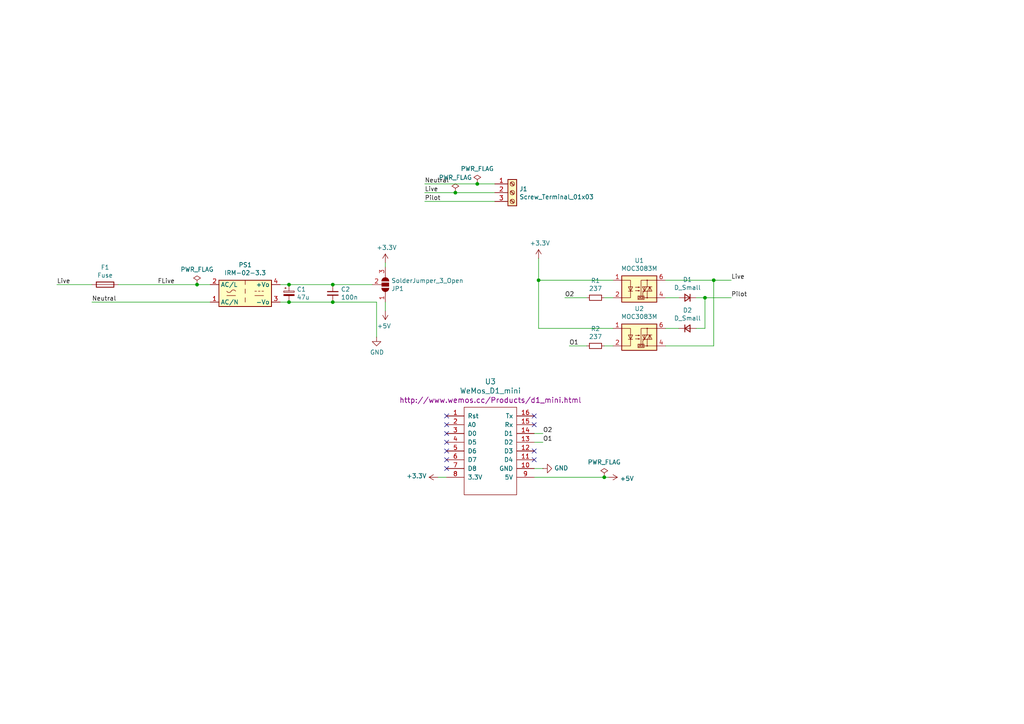
<source format=kicad_sch>
(kicad_sch
	(version 20231120)
	(generator "eeschema")
	(generator_version "8.0")
	(uuid "112a31e6-8935-4778-8c68-2f5aec33d12b")
	(paper "A4")
	(title_block
		(date "2024-02-27")
	)
	(lib_symbols
		(symbol "Connector:Screw_Terminal_01x03"
			(pin_names
				(offset 1.016) hide)
			(exclude_from_sim no)
			(in_bom yes)
			(on_board yes)
			(property "Reference" "J"
				(at 0 5.08 0)
				(effects
					(font
						(size 1.27 1.27)
					)
				)
			)
			(property "Value" "Screw_Terminal_01x03"
				(at 0 -5.08 0)
				(effects
					(font
						(size 1.27 1.27)
					)
				)
			)
			(property "Footprint" ""
				(at 0 0 0)
				(effects
					(font
						(size 1.27 1.27)
					)
					(hide yes)
				)
			)
			(property "Datasheet" "~"
				(at 0 0 0)
				(effects
					(font
						(size 1.27 1.27)
					)
					(hide yes)
				)
			)
			(property "Description" "Generic screw terminal, single row, 01x03, script generated (kicad-library-utils/schlib/autogen/connector/)"
				(at 0 0 0)
				(effects
					(font
						(size 1.27 1.27)
					)
					(hide yes)
				)
			)
			(property "ki_keywords" "screw terminal"
				(at 0 0 0)
				(effects
					(font
						(size 1.27 1.27)
					)
					(hide yes)
				)
			)
			(property "ki_fp_filters" "TerminalBlock*:*"
				(at 0 0 0)
				(effects
					(font
						(size 1.27 1.27)
					)
					(hide yes)
				)
			)
			(symbol "Screw_Terminal_01x03_1_1"
				(rectangle
					(start -1.27 3.81)
					(end 1.27 -3.81)
					(stroke
						(width 0.254)
						(type default)
					)
					(fill
						(type background)
					)
				)
				(circle
					(center 0 -2.54)
					(radius 0.635)
					(stroke
						(width 0.1524)
						(type default)
					)
					(fill
						(type none)
					)
				)
				(polyline
					(pts
						(xy -0.5334 -2.2098) (xy 0.3302 -3.048)
					)
					(stroke
						(width 0.1524)
						(type default)
					)
					(fill
						(type none)
					)
				)
				(polyline
					(pts
						(xy -0.5334 0.3302) (xy 0.3302 -0.508)
					)
					(stroke
						(width 0.1524)
						(type default)
					)
					(fill
						(type none)
					)
				)
				(polyline
					(pts
						(xy -0.5334 2.8702) (xy 0.3302 2.032)
					)
					(stroke
						(width 0.1524)
						(type default)
					)
					(fill
						(type none)
					)
				)
				(polyline
					(pts
						(xy -0.3556 -2.032) (xy 0.508 -2.8702)
					)
					(stroke
						(width 0.1524)
						(type default)
					)
					(fill
						(type none)
					)
				)
				(polyline
					(pts
						(xy -0.3556 0.508) (xy 0.508 -0.3302)
					)
					(stroke
						(width 0.1524)
						(type default)
					)
					(fill
						(type none)
					)
				)
				(polyline
					(pts
						(xy -0.3556 3.048) (xy 0.508 2.2098)
					)
					(stroke
						(width 0.1524)
						(type default)
					)
					(fill
						(type none)
					)
				)
				(circle
					(center 0 0)
					(radius 0.635)
					(stroke
						(width 0.1524)
						(type default)
					)
					(fill
						(type none)
					)
				)
				(circle
					(center 0 2.54)
					(radius 0.635)
					(stroke
						(width 0.1524)
						(type default)
					)
					(fill
						(type none)
					)
				)
				(pin passive line
					(at -5.08 2.54 0)
					(length 3.81)
					(name "Pin_1"
						(effects
							(font
								(size 1.27 1.27)
							)
						)
					)
					(number "1"
						(effects
							(font
								(size 1.27 1.27)
							)
						)
					)
				)
				(pin passive line
					(at -5.08 0 0)
					(length 3.81)
					(name "Pin_2"
						(effects
							(font
								(size 1.27 1.27)
							)
						)
					)
					(number "2"
						(effects
							(font
								(size 1.27 1.27)
							)
						)
					)
				)
				(pin passive line
					(at -5.08 -2.54 0)
					(length 3.81)
					(name "Pin_3"
						(effects
							(font
								(size 1.27 1.27)
							)
						)
					)
					(number "3"
						(effects
							(font
								(size 1.27 1.27)
							)
						)
					)
				)
			)
		)
		(symbol "Converter_ACDC:IRM-02-3.3"
			(exclude_from_sim no)
			(in_bom yes)
			(on_board yes)
			(property "Reference" "PS"
				(at 0 5.08 0)
				(effects
					(font
						(size 1.27 1.27)
					)
				)
			)
			(property "Value" "IRM-02-3.3"
				(at 0 -5.08 0)
				(effects
					(font
						(size 1.27 1.27)
					)
				)
			)
			(property "Footprint" "Converter_ACDC:Converter_ACDC_MeanWell_IRM-02-xx_THT"
				(at 0 -7.62 0)
				(effects
					(font
						(size 1.27 1.27)
					)
					(hide yes)
				)
			)
			(property "Datasheet" "https://www.meanwell.com/Upload/PDF/IRM-02/IRM-02-SPEC.PDF"
				(at 10.16 -8.89 0)
				(effects
					(font
						(size 1.27 1.27)
					)
					(hide yes)
				)
			)
			(property "Description" "3.3V, 600mA, 2W, Isolated, AC-DC, IRM02"
				(at 0 0 0)
				(effects
					(font
						(size 1.27 1.27)
					)
					(hide yes)
				)
			)
			(property "ki_keywords" "Miniature Module-type Power Supply MeanWell"
				(at 0 0 0)
				(effects
					(font
						(size 1.27 1.27)
					)
					(hide yes)
				)
			)
			(property "ki_fp_filters" "Converter*ACDC*MeanWell*IRM*02*THT*"
				(at 0 0 0)
				(effects
					(font
						(size 1.27 1.27)
					)
					(hide yes)
				)
			)
			(symbol "IRM-02-3.3_0_1"
				(rectangle
					(start -7.62 3.81)
					(end 7.62 -3.81)
					(stroke
						(width 0.254)
						(type default)
					)
					(fill
						(type background)
					)
				)
				(arc
					(start -5.334 0.635)
					(mid -4.699 0.2495)
					(end -4.064 0.635)
					(stroke
						(width 0)
						(type default)
					)
					(fill
						(type none)
					)
				)
				(arc
					(start -2.794 0.635)
					(mid -3.429 1.0072)
					(end -4.064 0.635)
					(stroke
						(width 0)
						(type default)
					)
					(fill
						(type none)
					)
				)
				(polyline
					(pts
						(xy -5.334 -0.635) (xy -2.794 -0.635)
					)
					(stroke
						(width 0)
						(type default)
					)
					(fill
						(type none)
					)
				)
				(polyline
					(pts
						(xy 2.794 -0.635) (xy 5.334 -0.635)
					)
					(stroke
						(width 0)
						(type default)
					)
					(fill
						(type none)
					)
				)
				(polyline
					(pts
						(xy 2.794 0.635) (xy 3.302 0.635)
					)
					(stroke
						(width 0)
						(type default)
					)
					(fill
						(type none)
					)
				)
				(polyline
					(pts
						(xy 3.81 0.635) (xy 4.318 0.635)
					)
					(stroke
						(width 0)
						(type default)
					)
					(fill
						(type none)
					)
				)
				(polyline
					(pts
						(xy 4.826 0.635) (xy 5.334 0.635)
					)
					(stroke
						(width 0)
						(type default)
					)
					(fill
						(type none)
					)
				)
			)
			(symbol "IRM-02-3.3_1_1"
				(polyline
					(pts
						(xy 0 -1.27) (xy 0 -2.54)
					)
					(stroke
						(width 0)
						(type default)
					)
					(fill
						(type none)
					)
				)
				(polyline
					(pts
						(xy 0 1.27) (xy 0 0)
					)
					(stroke
						(width 0)
						(type default)
					)
					(fill
						(type none)
					)
				)
				(polyline
					(pts
						(xy 0 3.81) (xy 0 2.54)
					)
					(stroke
						(width 0)
						(type default)
					)
					(fill
						(type none)
					)
				)
				(pin power_in line
					(at -10.16 -2.54 0)
					(length 2.54)
					(name "AC/N"
						(effects
							(font
								(size 1.27 1.27)
							)
						)
					)
					(number "1"
						(effects
							(font
								(size 1.27 1.27)
							)
						)
					)
				)
				(pin power_in line
					(at -10.16 2.54 0)
					(length 2.54)
					(name "AC/L"
						(effects
							(font
								(size 1.27 1.27)
							)
						)
					)
					(number "2"
						(effects
							(font
								(size 1.27 1.27)
							)
						)
					)
				)
				(pin power_out line
					(at 10.16 -2.54 180)
					(length 2.54)
					(name "-Vo"
						(effects
							(font
								(size 1.27 1.27)
							)
						)
					)
					(number "3"
						(effects
							(font
								(size 1.27 1.27)
							)
						)
					)
				)
				(pin power_out line
					(at 10.16 2.54 180)
					(length 2.54)
					(name "+Vo"
						(effects
							(font
								(size 1.27 1.27)
							)
						)
					)
					(number "4"
						(effects
							(font
								(size 1.27 1.27)
							)
						)
					)
				)
			)
		)
		(symbol "Device:C_Polarized_Small"
			(pin_numbers hide)
			(pin_names
				(offset 0.254) hide)
			(exclude_from_sim no)
			(in_bom yes)
			(on_board yes)
			(property "Reference" "C"
				(at 0.254 1.778 0)
				(effects
					(font
						(size 1.27 1.27)
					)
					(justify left)
				)
			)
			(property "Value" "C_Polarized_Small"
				(at 0.254 -2.032 0)
				(effects
					(font
						(size 1.27 1.27)
					)
					(justify left)
				)
			)
			(property "Footprint" ""
				(at 0 0 0)
				(effects
					(font
						(size 1.27 1.27)
					)
					(hide yes)
				)
			)
			(property "Datasheet" "~"
				(at 0 0 0)
				(effects
					(font
						(size 1.27 1.27)
					)
					(hide yes)
				)
			)
			(property "Description" "Polarized capacitor, small symbol"
				(at 0 0 0)
				(effects
					(font
						(size 1.27 1.27)
					)
					(hide yes)
				)
			)
			(property "ki_keywords" "cap capacitor"
				(at 0 0 0)
				(effects
					(font
						(size 1.27 1.27)
					)
					(hide yes)
				)
			)
			(property "ki_fp_filters" "CP_*"
				(at 0 0 0)
				(effects
					(font
						(size 1.27 1.27)
					)
					(hide yes)
				)
			)
			(symbol "C_Polarized_Small_0_1"
				(rectangle
					(start -1.524 -0.3048)
					(end 1.524 -0.6858)
					(stroke
						(width 0)
						(type default)
					)
					(fill
						(type outline)
					)
				)
				(rectangle
					(start -1.524 0.6858)
					(end 1.524 0.3048)
					(stroke
						(width 0)
						(type default)
					)
					(fill
						(type none)
					)
				)
				(polyline
					(pts
						(xy -1.27 1.524) (xy -0.762 1.524)
					)
					(stroke
						(width 0)
						(type default)
					)
					(fill
						(type none)
					)
				)
				(polyline
					(pts
						(xy -1.016 1.27) (xy -1.016 1.778)
					)
					(stroke
						(width 0)
						(type default)
					)
					(fill
						(type none)
					)
				)
			)
			(symbol "C_Polarized_Small_1_1"
				(pin passive line
					(at 0 2.54 270)
					(length 1.8542)
					(name "~"
						(effects
							(font
								(size 1.27 1.27)
							)
						)
					)
					(number "1"
						(effects
							(font
								(size 1.27 1.27)
							)
						)
					)
				)
				(pin passive line
					(at 0 -2.54 90)
					(length 1.8542)
					(name "~"
						(effects
							(font
								(size 1.27 1.27)
							)
						)
					)
					(number "2"
						(effects
							(font
								(size 1.27 1.27)
							)
						)
					)
				)
			)
		)
		(symbol "Device:C_Small"
			(pin_numbers hide)
			(pin_names
				(offset 0.254) hide)
			(exclude_from_sim no)
			(in_bom yes)
			(on_board yes)
			(property "Reference" "C"
				(at 0.254 1.778 0)
				(effects
					(font
						(size 1.27 1.27)
					)
					(justify left)
				)
			)
			(property "Value" "C_Small"
				(at 0.254 -2.032 0)
				(effects
					(font
						(size 1.27 1.27)
					)
					(justify left)
				)
			)
			(property "Footprint" ""
				(at 0 0 0)
				(effects
					(font
						(size 1.27 1.27)
					)
					(hide yes)
				)
			)
			(property "Datasheet" "~"
				(at 0 0 0)
				(effects
					(font
						(size 1.27 1.27)
					)
					(hide yes)
				)
			)
			(property "Description" "Unpolarized capacitor, small symbol"
				(at 0 0 0)
				(effects
					(font
						(size 1.27 1.27)
					)
					(hide yes)
				)
			)
			(property "ki_keywords" "capacitor cap"
				(at 0 0 0)
				(effects
					(font
						(size 1.27 1.27)
					)
					(hide yes)
				)
			)
			(property "ki_fp_filters" "C_*"
				(at 0 0 0)
				(effects
					(font
						(size 1.27 1.27)
					)
					(hide yes)
				)
			)
			(symbol "C_Small_0_1"
				(polyline
					(pts
						(xy -1.524 -0.508) (xy 1.524 -0.508)
					)
					(stroke
						(width 0.3302)
						(type default)
					)
					(fill
						(type none)
					)
				)
				(polyline
					(pts
						(xy -1.524 0.508) (xy 1.524 0.508)
					)
					(stroke
						(width 0.3048)
						(type default)
					)
					(fill
						(type none)
					)
				)
			)
			(symbol "C_Small_1_1"
				(pin passive line
					(at 0 2.54 270)
					(length 2.032)
					(name "~"
						(effects
							(font
								(size 1.27 1.27)
							)
						)
					)
					(number "1"
						(effects
							(font
								(size 1.27 1.27)
							)
						)
					)
				)
				(pin passive line
					(at 0 -2.54 90)
					(length 2.032)
					(name "~"
						(effects
							(font
								(size 1.27 1.27)
							)
						)
					)
					(number "2"
						(effects
							(font
								(size 1.27 1.27)
							)
						)
					)
				)
			)
		)
		(symbol "Device:D_Small"
			(pin_numbers hide)
			(pin_names
				(offset 0.254) hide)
			(exclude_from_sim no)
			(in_bom yes)
			(on_board yes)
			(property "Reference" "D"
				(at -1.27 2.032 0)
				(effects
					(font
						(size 1.27 1.27)
					)
					(justify left)
				)
			)
			(property "Value" "D_Small"
				(at -3.81 -2.032 0)
				(effects
					(font
						(size 1.27 1.27)
					)
					(justify left)
				)
			)
			(property "Footprint" ""
				(at 0 0 90)
				(effects
					(font
						(size 1.27 1.27)
					)
					(hide yes)
				)
			)
			(property "Datasheet" "~"
				(at 0 0 90)
				(effects
					(font
						(size 1.27 1.27)
					)
					(hide yes)
				)
			)
			(property "Description" "Diode, small symbol"
				(at 0 0 0)
				(effects
					(font
						(size 1.27 1.27)
					)
					(hide yes)
				)
			)
			(property "Sim.Device" "D"
				(at 0 0 0)
				(effects
					(font
						(size 1.27 1.27)
					)
					(hide yes)
				)
			)
			(property "Sim.Pins" "1=K 2=A"
				(at 0 0 0)
				(effects
					(font
						(size 1.27 1.27)
					)
					(hide yes)
				)
			)
			(property "ki_keywords" "diode"
				(at 0 0 0)
				(effects
					(font
						(size 1.27 1.27)
					)
					(hide yes)
				)
			)
			(property "ki_fp_filters" "TO-???* *_Diode_* *SingleDiode* D_*"
				(at 0 0 0)
				(effects
					(font
						(size 1.27 1.27)
					)
					(hide yes)
				)
			)
			(symbol "D_Small_0_1"
				(polyline
					(pts
						(xy -0.762 -1.016) (xy -0.762 1.016)
					)
					(stroke
						(width 0.254)
						(type default)
					)
					(fill
						(type none)
					)
				)
				(polyline
					(pts
						(xy -0.762 0) (xy 0.762 0)
					)
					(stroke
						(width 0)
						(type default)
					)
					(fill
						(type none)
					)
				)
				(polyline
					(pts
						(xy 0.762 -1.016) (xy -0.762 0) (xy 0.762 1.016) (xy 0.762 -1.016)
					)
					(stroke
						(width 0.254)
						(type default)
					)
					(fill
						(type none)
					)
				)
			)
			(symbol "D_Small_1_1"
				(pin passive line
					(at -2.54 0 0)
					(length 1.778)
					(name "K"
						(effects
							(font
								(size 1.27 1.27)
							)
						)
					)
					(number "1"
						(effects
							(font
								(size 1.27 1.27)
							)
						)
					)
				)
				(pin passive line
					(at 2.54 0 180)
					(length 1.778)
					(name "A"
						(effects
							(font
								(size 1.27 1.27)
							)
						)
					)
					(number "2"
						(effects
							(font
								(size 1.27 1.27)
							)
						)
					)
				)
			)
		)
		(symbol "Device:Fuse"
			(pin_numbers hide)
			(pin_names
				(offset 0)
			)
			(exclude_from_sim no)
			(in_bom yes)
			(on_board yes)
			(property "Reference" "F"
				(at 2.032 0 90)
				(effects
					(font
						(size 1.27 1.27)
					)
				)
			)
			(property "Value" "Fuse"
				(at -1.905 0 90)
				(effects
					(font
						(size 1.27 1.27)
					)
				)
			)
			(property "Footprint" ""
				(at -1.778 0 90)
				(effects
					(font
						(size 1.27 1.27)
					)
					(hide yes)
				)
			)
			(property "Datasheet" "~"
				(at 0 0 0)
				(effects
					(font
						(size 1.27 1.27)
					)
					(hide yes)
				)
			)
			(property "Description" "Fuse"
				(at 0 0 0)
				(effects
					(font
						(size 1.27 1.27)
					)
					(hide yes)
				)
			)
			(property "ki_keywords" "fuse"
				(at 0 0 0)
				(effects
					(font
						(size 1.27 1.27)
					)
					(hide yes)
				)
			)
			(property "ki_fp_filters" "*Fuse*"
				(at 0 0 0)
				(effects
					(font
						(size 1.27 1.27)
					)
					(hide yes)
				)
			)
			(symbol "Fuse_0_1"
				(rectangle
					(start -0.762 -2.54)
					(end 0.762 2.54)
					(stroke
						(width 0.254)
						(type default)
					)
					(fill
						(type none)
					)
				)
				(polyline
					(pts
						(xy 0 2.54) (xy 0 -2.54)
					)
					(stroke
						(width 0)
						(type default)
					)
					(fill
						(type none)
					)
				)
			)
			(symbol "Fuse_1_1"
				(pin passive line
					(at 0 3.81 270)
					(length 1.27)
					(name "~"
						(effects
							(font
								(size 1.27 1.27)
							)
						)
					)
					(number "1"
						(effects
							(font
								(size 1.27 1.27)
							)
						)
					)
				)
				(pin passive line
					(at 0 -3.81 90)
					(length 1.27)
					(name "~"
						(effects
							(font
								(size 1.27 1.27)
							)
						)
					)
					(number "2"
						(effects
							(font
								(size 1.27 1.27)
							)
						)
					)
				)
			)
		)
		(symbol "Device:R_Small"
			(pin_numbers hide)
			(pin_names
				(offset 0.254) hide)
			(exclude_from_sim no)
			(in_bom yes)
			(on_board yes)
			(property "Reference" "R"
				(at 0.762 0.508 0)
				(effects
					(font
						(size 1.27 1.27)
					)
					(justify left)
				)
			)
			(property "Value" "R_Small"
				(at 0.762 -1.016 0)
				(effects
					(font
						(size 1.27 1.27)
					)
					(justify left)
				)
			)
			(property "Footprint" ""
				(at 0 0 0)
				(effects
					(font
						(size 1.27 1.27)
					)
					(hide yes)
				)
			)
			(property "Datasheet" "~"
				(at 0 0 0)
				(effects
					(font
						(size 1.27 1.27)
					)
					(hide yes)
				)
			)
			(property "Description" "Resistor, small symbol"
				(at 0 0 0)
				(effects
					(font
						(size 1.27 1.27)
					)
					(hide yes)
				)
			)
			(property "ki_keywords" "R resistor"
				(at 0 0 0)
				(effects
					(font
						(size 1.27 1.27)
					)
					(hide yes)
				)
			)
			(property "ki_fp_filters" "R_*"
				(at 0 0 0)
				(effects
					(font
						(size 1.27 1.27)
					)
					(hide yes)
				)
			)
			(symbol "R_Small_0_1"
				(rectangle
					(start -0.762 1.778)
					(end 0.762 -1.778)
					(stroke
						(width 0.2032)
						(type default)
					)
					(fill
						(type none)
					)
				)
			)
			(symbol "R_Small_1_1"
				(pin passive line
					(at 0 2.54 270)
					(length 0.762)
					(name "~"
						(effects
							(font
								(size 1.27 1.27)
							)
						)
					)
					(number "1"
						(effects
							(font
								(size 1.27 1.27)
							)
						)
					)
				)
				(pin passive line
					(at 0 -2.54 90)
					(length 0.762)
					(name "~"
						(effects
							(font
								(size 1.27 1.27)
							)
						)
					)
					(number "2"
						(effects
							(font
								(size 1.27 1.27)
							)
						)
					)
				)
			)
		)
		(symbol "Jumper:SolderJumper_3_Open"
			(pin_names
				(offset 0) hide)
			(exclude_from_sim no)
			(in_bom yes)
			(on_board yes)
			(property "Reference" "JP"
				(at -2.54 -2.54 0)
				(effects
					(font
						(size 1.27 1.27)
					)
				)
			)
			(property "Value" "SolderJumper_3_Open"
				(at 0 2.794 0)
				(effects
					(font
						(size 1.27 1.27)
					)
				)
			)
			(property "Footprint" ""
				(at 0 0 0)
				(effects
					(font
						(size 1.27 1.27)
					)
					(hide yes)
				)
			)
			(property "Datasheet" "~"
				(at 0 0 0)
				(effects
					(font
						(size 1.27 1.27)
					)
					(hide yes)
				)
			)
			(property "Description" "Solder Jumper, 3-pole, open"
				(at 0 0 0)
				(effects
					(font
						(size 1.27 1.27)
					)
					(hide yes)
				)
			)
			(property "ki_keywords" "Solder Jumper SPDT"
				(at 0 0 0)
				(effects
					(font
						(size 1.27 1.27)
					)
					(hide yes)
				)
			)
			(property "ki_fp_filters" "SolderJumper*Open*"
				(at 0 0 0)
				(effects
					(font
						(size 1.27 1.27)
					)
					(hide yes)
				)
			)
			(symbol "SolderJumper_3_Open_0_1"
				(arc
					(start -1.016 1.016)
					(mid -2.0276 0)
					(end -1.016 -1.016)
					(stroke
						(width 0)
						(type default)
					)
					(fill
						(type none)
					)
				)
				(arc
					(start -1.016 1.016)
					(mid -2.0276 0)
					(end -1.016 -1.016)
					(stroke
						(width 0)
						(type default)
					)
					(fill
						(type outline)
					)
				)
				(rectangle
					(start -0.508 1.016)
					(end 0.508 -1.016)
					(stroke
						(width 0)
						(type default)
					)
					(fill
						(type outline)
					)
				)
				(polyline
					(pts
						(xy -2.54 0) (xy -2.032 0)
					)
					(stroke
						(width 0)
						(type default)
					)
					(fill
						(type none)
					)
				)
				(polyline
					(pts
						(xy -1.016 1.016) (xy -1.016 -1.016)
					)
					(stroke
						(width 0)
						(type default)
					)
					(fill
						(type none)
					)
				)
				(polyline
					(pts
						(xy 0 -1.27) (xy 0 -1.016)
					)
					(stroke
						(width 0)
						(type default)
					)
					(fill
						(type none)
					)
				)
				(polyline
					(pts
						(xy 1.016 1.016) (xy 1.016 -1.016)
					)
					(stroke
						(width 0)
						(type default)
					)
					(fill
						(type none)
					)
				)
				(polyline
					(pts
						(xy 2.54 0) (xy 2.032 0)
					)
					(stroke
						(width 0)
						(type default)
					)
					(fill
						(type none)
					)
				)
				(arc
					(start 1.016 -1.016)
					(mid 2.0276 0)
					(end 1.016 1.016)
					(stroke
						(width 0)
						(type default)
					)
					(fill
						(type none)
					)
				)
				(arc
					(start 1.016 -1.016)
					(mid 2.0276 0)
					(end 1.016 1.016)
					(stroke
						(width 0)
						(type default)
					)
					(fill
						(type outline)
					)
				)
			)
			(symbol "SolderJumper_3_Open_1_1"
				(pin passive line
					(at -5.08 0 0)
					(length 2.54)
					(name "A"
						(effects
							(font
								(size 1.27 1.27)
							)
						)
					)
					(number "1"
						(effects
							(font
								(size 1.27 1.27)
							)
						)
					)
				)
				(pin passive line
					(at 0 -3.81 90)
					(length 2.54)
					(name "C"
						(effects
							(font
								(size 1.27 1.27)
							)
						)
					)
					(number "2"
						(effects
							(font
								(size 1.27 1.27)
							)
						)
					)
				)
				(pin passive line
					(at 5.08 0 180)
					(length 2.54)
					(name "B"
						(effects
							(font
								(size 1.27 1.27)
							)
						)
					)
					(number "3"
						(effects
							(font
								(size 1.27 1.27)
							)
						)
					)
				)
			)
		)
		(symbol "Relay_SolidState:MOC3083M"
			(exclude_from_sim no)
			(in_bom yes)
			(on_board yes)
			(property "Reference" "U"
				(at -5.08 5.08 0)
				(effects
					(font
						(size 1.27 1.27)
					)
					(justify left)
				)
			)
			(property "Value" "MOC3083M"
				(at 0 5.08 0)
				(effects
					(font
						(size 1.27 1.27)
					)
					(justify left)
				)
			)
			(property "Footprint" ""
				(at -5.08 -5.08 0)
				(effects
					(font
						(size 1.27 1.27)
						(italic yes)
					)
					(justify left)
					(hide yes)
				)
			)
			(property "Datasheet" "https://www.onsemi.com/pub/Collateral/MOC3083M-D.PDF"
				(at 0 0 0)
				(effects
					(font
						(size 1.27 1.27)
					)
					(justify left)
					(hide yes)
				)
			)
			(property "Description" "Zero Cross Opto-Triac, Vdrm 800V, Ift 5mA, DIP6"
				(at 0 0 0)
				(effects
					(font
						(size 1.27 1.27)
					)
					(hide yes)
				)
			)
			(property "ki_keywords" "Opto-Triac Opto Triac Zero Cross"
				(at 0 0 0)
				(effects
					(font
						(size 1.27 1.27)
					)
					(hide yes)
				)
			)
			(property "ki_fp_filters" "DIP*W7.62mm* SMDIP*W9.53mm* DIP*W10.16mm*"
				(at 0 0 0)
				(effects
					(font
						(size 1.27 1.27)
					)
					(hide yes)
				)
			)
			(symbol "MOC3083M_0_0"
				(rectangle
					(start -0.381 -2.032)
					(end 1.397 -3.048)
					(stroke
						(width 0)
						(type default)
					)
					(fill
						(type none)
					)
				)
				(polyline
					(pts
						(xy 2.286 -2.54) (xy 1.397 -2.54)
					)
					(stroke
						(width 0)
						(type default)
					)
					(fill
						(type none)
					)
				)
				(polyline
					(pts
						(xy 1.524 -0.635) (xy 1.016 -1.016) (xy 1.016 -2.032)
					)
					(stroke
						(width 0)
						(type default)
					)
					(fill
						(type none)
					)
				)
				(text "ZCD"
					(at 0.508 -2.54 0)
					(effects
						(font
							(size 0.508 0.508)
						)
					)
				)
			)
			(symbol "MOC3083M_0_1"
				(rectangle
					(start -5.08 3.81)
					(end 5.08 -3.81)
					(stroke
						(width 0.254)
						(type default)
					)
					(fill
						(type background)
					)
				)
				(polyline
					(pts
						(xy -3.175 -0.635) (xy -1.905 -0.635)
					)
					(stroke
						(width 0)
						(type default)
					)
					(fill
						(type none)
					)
				)
				(polyline
					(pts
						(xy 1.524 -0.635) (xy 1.524 0.635)
					)
					(stroke
						(width 0)
						(type default)
					)
					(fill
						(type none)
					)
				)
				(polyline
					(pts
						(xy 3.048 0.635) (xy 3.048 -0.635)
					)
					(stroke
						(width 0)
						(type default)
					)
					(fill
						(type none)
					)
				)
				(polyline
					(pts
						(xy 2.286 -0.635) (xy 2.286 -2.54) (xy 5.08 -2.54)
					)
					(stroke
						(width 0)
						(type default)
					)
					(fill
						(type none)
					)
				)
				(polyline
					(pts
						(xy 2.286 0.635) (xy 2.286 2.54) (xy 5.08 2.54)
					)
					(stroke
						(width 0)
						(type default)
					)
					(fill
						(type none)
					)
				)
				(polyline
					(pts
						(xy 2.286 2.54) (xy 0.508 2.54) (xy 0.508 -2.032)
					)
					(stroke
						(width 0)
						(type default)
					)
					(fill
						(type none)
					)
				)
				(polyline
					(pts
						(xy -5.08 2.54) (xy -2.54 2.54) (xy -2.54 -2.54) (xy -5.08 -2.54)
					)
					(stroke
						(width 0)
						(type default)
					)
					(fill
						(type none)
					)
				)
				(polyline
					(pts
						(xy -2.54 -0.635) (xy -3.175 0.635) (xy -1.905 0.635) (xy -2.54 -0.635)
					)
					(stroke
						(width 0)
						(type default)
					)
					(fill
						(type none)
					)
				)
				(polyline
					(pts
						(xy 0.889 -0.635) (xy 3.683 -0.635) (xy 3.048 0.635) (xy 2.413 -0.635)
					)
					(stroke
						(width 0)
						(type default)
					)
					(fill
						(type none)
					)
				)
				(polyline
					(pts
						(xy 3.683 0.635) (xy 0.889 0.635) (xy 1.524 -0.635) (xy 2.159 0.635)
					)
					(stroke
						(width 0)
						(type default)
					)
					(fill
						(type none)
					)
				)
				(polyline
					(pts
						(xy -1.143 -0.508) (xy 0.127 -0.508) (xy -0.254 -0.635) (xy -0.254 -0.381) (xy 0.127 -0.508)
					)
					(stroke
						(width 0)
						(type default)
					)
					(fill
						(type none)
					)
				)
				(polyline
					(pts
						(xy -1.143 0.508) (xy 0.127 0.508) (xy -0.254 0.381) (xy -0.254 0.635) (xy 0.127 0.508)
					)
					(stroke
						(width 0)
						(type default)
					)
					(fill
						(type none)
					)
				)
				(circle
					(center 2.286 -2.54)
					(radius 0.127)
					(stroke
						(width 0)
						(type default)
					)
					(fill
						(type none)
					)
				)
				(circle
					(center 2.286 2.54)
					(radius 0.127)
					(stroke
						(width 0)
						(type default)
					)
					(fill
						(type none)
					)
				)
			)
			(symbol "MOC3083M_1_1"
				(pin passive line
					(at -7.62 2.54 0)
					(length 2.54)
					(name "~"
						(effects
							(font
								(size 1.27 1.27)
							)
						)
					)
					(number "1"
						(effects
							(font
								(size 1.27 1.27)
							)
						)
					)
				)
				(pin passive line
					(at -7.62 -2.54 0)
					(length 2.54)
					(name "~"
						(effects
							(font
								(size 1.27 1.27)
							)
						)
					)
					(number "2"
						(effects
							(font
								(size 1.27 1.27)
							)
						)
					)
				)
				(pin no_connect line
					(at -5.08 0 0)
					(length 2.54) hide
					(name "NC"
						(effects
							(font
								(size 1.27 1.27)
							)
						)
					)
					(number "3"
						(effects
							(font
								(size 1.27 1.27)
							)
						)
					)
				)
				(pin passive line
					(at 7.62 -2.54 180)
					(length 2.54)
					(name "~"
						(effects
							(font
								(size 1.27 1.27)
							)
						)
					)
					(number "4"
						(effects
							(font
								(size 1.27 1.27)
							)
						)
					)
				)
				(pin no_connect line
					(at 5.08 0 180)
					(length 2.54) hide
					(name "NC"
						(effects
							(font
								(size 1.27 1.27)
							)
						)
					)
					(number "5"
						(effects
							(font
								(size 1.27 1.27)
							)
						)
					)
				)
				(pin passive line
					(at 7.62 2.54 180)
					(length 2.54)
					(name "~"
						(effects
							(font
								(size 1.27 1.27)
							)
						)
					)
					(number "6"
						(effects
							(font
								(size 1.27 1.27)
							)
						)
					)
				)
			)
		)
		(symbol "power:+3.3V"
			(power)
			(pin_numbers hide)
			(pin_names
				(offset 0) hide)
			(exclude_from_sim no)
			(in_bom yes)
			(on_board yes)
			(property "Reference" "#PWR"
				(at 0 -3.81 0)
				(effects
					(font
						(size 1.27 1.27)
					)
					(hide yes)
				)
			)
			(property "Value" "+3.3V"
				(at 0 3.556 0)
				(effects
					(font
						(size 1.27 1.27)
					)
				)
			)
			(property "Footprint" ""
				(at 0 0 0)
				(effects
					(font
						(size 1.27 1.27)
					)
					(hide yes)
				)
			)
			(property "Datasheet" ""
				(at 0 0 0)
				(effects
					(font
						(size 1.27 1.27)
					)
					(hide yes)
				)
			)
			(property "Description" "Power symbol creates a global label with name \"+3.3V\""
				(at 0 0 0)
				(effects
					(font
						(size 1.27 1.27)
					)
					(hide yes)
				)
			)
			(property "ki_keywords" "global power"
				(at 0 0 0)
				(effects
					(font
						(size 1.27 1.27)
					)
					(hide yes)
				)
			)
			(symbol "+3.3V_0_1"
				(polyline
					(pts
						(xy -0.762 1.27) (xy 0 2.54)
					)
					(stroke
						(width 0)
						(type default)
					)
					(fill
						(type none)
					)
				)
				(polyline
					(pts
						(xy 0 0) (xy 0 2.54)
					)
					(stroke
						(width 0)
						(type default)
					)
					(fill
						(type none)
					)
				)
				(polyline
					(pts
						(xy 0 2.54) (xy 0.762 1.27)
					)
					(stroke
						(width 0)
						(type default)
					)
					(fill
						(type none)
					)
				)
			)
			(symbol "+3.3V_1_1"
				(pin power_in line
					(at 0 0 90)
					(length 0)
					(name "~"
						(effects
							(font
								(size 1.27 1.27)
							)
						)
					)
					(number "1"
						(effects
							(font
								(size 1.27 1.27)
							)
						)
					)
				)
			)
		)
		(symbol "power:+5V"
			(power)
			(pin_numbers hide)
			(pin_names
				(offset 0) hide)
			(exclude_from_sim no)
			(in_bom yes)
			(on_board yes)
			(property "Reference" "#PWR"
				(at 0 -3.81 0)
				(effects
					(font
						(size 1.27 1.27)
					)
					(hide yes)
				)
			)
			(property "Value" "+5V"
				(at 0 3.556 0)
				(effects
					(font
						(size 1.27 1.27)
					)
				)
			)
			(property "Footprint" ""
				(at 0 0 0)
				(effects
					(font
						(size 1.27 1.27)
					)
					(hide yes)
				)
			)
			(property "Datasheet" ""
				(at 0 0 0)
				(effects
					(font
						(size 1.27 1.27)
					)
					(hide yes)
				)
			)
			(property "Description" "Power symbol creates a global label with name \"+5V\""
				(at 0 0 0)
				(effects
					(font
						(size 1.27 1.27)
					)
					(hide yes)
				)
			)
			(property "ki_keywords" "global power"
				(at 0 0 0)
				(effects
					(font
						(size 1.27 1.27)
					)
					(hide yes)
				)
			)
			(symbol "+5V_0_1"
				(polyline
					(pts
						(xy -0.762 1.27) (xy 0 2.54)
					)
					(stroke
						(width 0)
						(type default)
					)
					(fill
						(type none)
					)
				)
				(polyline
					(pts
						(xy 0 0) (xy 0 2.54)
					)
					(stroke
						(width 0)
						(type default)
					)
					(fill
						(type none)
					)
				)
				(polyline
					(pts
						(xy 0 2.54) (xy 0.762 1.27)
					)
					(stroke
						(width 0)
						(type default)
					)
					(fill
						(type none)
					)
				)
			)
			(symbol "+5V_1_1"
				(pin power_in line
					(at 0 0 90)
					(length 0)
					(name "~"
						(effects
							(font
								(size 1.27 1.27)
							)
						)
					)
					(number "1"
						(effects
							(font
								(size 1.27 1.27)
							)
						)
					)
				)
			)
		)
		(symbol "power:GND"
			(power)
			(pin_numbers hide)
			(pin_names
				(offset 0) hide)
			(exclude_from_sim no)
			(in_bom yes)
			(on_board yes)
			(property "Reference" "#PWR"
				(at 0 -6.35 0)
				(effects
					(font
						(size 1.27 1.27)
					)
					(hide yes)
				)
			)
			(property "Value" "GND"
				(at 0 -3.81 0)
				(effects
					(font
						(size 1.27 1.27)
					)
				)
			)
			(property "Footprint" ""
				(at 0 0 0)
				(effects
					(font
						(size 1.27 1.27)
					)
					(hide yes)
				)
			)
			(property "Datasheet" ""
				(at 0 0 0)
				(effects
					(font
						(size 1.27 1.27)
					)
					(hide yes)
				)
			)
			(property "Description" "Power symbol creates a global label with name \"GND\" , ground"
				(at 0 0 0)
				(effects
					(font
						(size 1.27 1.27)
					)
					(hide yes)
				)
			)
			(property "ki_keywords" "global power"
				(at 0 0 0)
				(effects
					(font
						(size 1.27 1.27)
					)
					(hide yes)
				)
			)
			(symbol "GND_0_1"
				(polyline
					(pts
						(xy 0 0) (xy 0 -1.27) (xy 1.27 -1.27) (xy 0 -2.54) (xy -1.27 -1.27) (xy 0 -1.27)
					)
					(stroke
						(width 0)
						(type default)
					)
					(fill
						(type none)
					)
				)
			)
			(symbol "GND_1_1"
				(pin power_in line
					(at 0 0 270)
					(length 0)
					(name "~"
						(effects
							(font
								(size 1.27 1.27)
							)
						)
					)
					(number "1"
						(effects
							(font
								(size 1.27 1.27)
							)
						)
					)
				)
			)
		)
		(symbol "power:PWR_FLAG"
			(power)
			(pin_numbers hide)
			(pin_names
				(offset 0) hide)
			(exclude_from_sim no)
			(in_bom yes)
			(on_board yes)
			(property "Reference" "#FLG"
				(at 0 1.905 0)
				(effects
					(font
						(size 1.27 1.27)
					)
					(hide yes)
				)
			)
			(property "Value" "PWR_FLAG"
				(at 0 3.81 0)
				(effects
					(font
						(size 1.27 1.27)
					)
				)
			)
			(property "Footprint" ""
				(at 0 0 0)
				(effects
					(font
						(size 1.27 1.27)
					)
					(hide yes)
				)
			)
			(property "Datasheet" "~"
				(at 0 0 0)
				(effects
					(font
						(size 1.27 1.27)
					)
					(hide yes)
				)
			)
			(property "Description" "Special symbol for telling ERC where power comes from"
				(at 0 0 0)
				(effects
					(font
						(size 1.27 1.27)
					)
					(hide yes)
				)
			)
			(property "ki_keywords" "flag power"
				(at 0 0 0)
				(effects
					(font
						(size 1.27 1.27)
					)
					(hide yes)
				)
			)
			(symbol "PWR_FLAG_0_0"
				(pin power_out line
					(at 0 0 90)
					(length 0)
					(name "~"
						(effects
							(font
								(size 1.27 1.27)
							)
						)
					)
					(number "1"
						(effects
							(font
								(size 1.27 1.27)
							)
						)
					)
				)
			)
			(symbol "PWR_FLAG_0_1"
				(polyline
					(pts
						(xy 0 0) (xy 0 1.27) (xy -1.016 1.905) (xy 0 2.54) (xy 1.016 1.905) (xy 0 1.27)
					)
					(stroke
						(width 0)
						(type default)
					)
					(fill
						(type none)
					)
				)
			)
		)
		(symbol "wemos_mini:WeMos_D1_mini"
			(pin_names
				(offset 1.016)
			)
			(exclude_from_sim no)
			(in_bom yes)
			(on_board yes)
			(property "Reference" "U"
				(at 0 12.7 0)
				(effects
					(font
						(size 1.524 1.524)
					)
				)
			)
			(property "Value" "WeMos_D1_mini"
				(at 0 -12.7 0)
				(effects
					(font
						(size 1.524 1.524)
					)
				)
			)
			(property "Footprint" ""
				(at 13.97 -17.78 0)
				(effects
					(font
						(size 1.524 1.524)
					)
				)
			)
			(property "Datasheet" "http://www.wemos.cc/Products/d1_mini.html"
				(at 13.97 -17.78 0)
				(effects
					(font
						(size 1.524 1.524)
					)
				)
			)
			(property "Description" "WeMos D1 mini"
				(at 0 0 0)
				(effects
					(font
						(size 1.27 1.27)
					)
					(hide yes)
				)
			)
			(property "ki_keywords" "esp8266, wemos"
				(at 0 0 0)
				(effects
					(font
						(size 1.27 1.27)
					)
					(hide yes)
				)
			)
			(symbol "WeMos_D1_mini_0_1"
				(rectangle
					(start -7.62 11.43)
					(end 7.62 -13.97)
					(stroke
						(width 0)
						(type solid)
					)
					(fill
						(type none)
					)
				)
			)
			(symbol "WeMos_D1_mini_1_1"
				(pin bidirectional line
					(at -12.7 8.89 0)
					(length 5.08)
					(name "Rst"
						(effects
							(font
								(size 1.27 1.27)
							)
						)
					)
					(number "1"
						(effects
							(font
								(size 1.27 1.27)
							)
						)
					)
				)
				(pin power_in line
					(at 12.7 -6.35 180)
					(length 5.08)
					(name "GND"
						(effects
							(font
								(size 1.27 1.27)
							)
						)
					)
					(number "10"
						(effects
							(font
								(size 1.27 1.27)
							)
						)
					)
				)
				(pin bidirectional line
					(at 12.7 -3.81 180)
					(length 5.08)
					(name "D4"
						(effects
							(font
								(size 1.27 1.27)
							)
						)
					)
					(number "11"
						(effects
							(font
								(size 1.27 1.27)
							)
						)
					)
				)
				(pin bidirectional line
					(at 12.7 -1.27 180)
					(length 5.08)
					(name "D3"
						(effects
							(font
								(size 1.27 1.27)
							)
						)
					)
					(number "12"
						(effects
							(font
								(size 1.27 1.27)
							)
						)
					)
				)
				(pin bidirectional line
					(at 12.7 1.27 180)
					(length 5.08)
					(name "D2"
						(effects
							(font
								(size 1.27 1.27)
							)
						)
					)
					(number "13"
						(effects
							(font
								(size 1.27 1.27)
							)
						)
					)
				)
				(pin bidirectional line
					(at 12.7 3.81 180)
					(length 5.08)
					(name "D1"
						(effects
							(font
								(size 1.27 1.27)
							)
						)
					)
					(number "14"
						(effects
							(font
								(size 1.27 1.27)
							)
						)
					)
				)
				(pin bidirectional line
					(at 12.7 6.35 180)
					(length 5.08)
					(name "Rx"
						(effects
							(font
								(size 1.27 1.27)
							)
						)
					)
					(number "15"
						(effects
							(font
								(size 1.27 1.27)
							)
						)
					)
				)
				(pin bidirectional line
					(at 12.7 8.89 180)
					(length 5.08)
					(name "Tx"
						(effects
							(font
								(size 1.27 1.27)
							)
						)
					)
					(number "16"
						(effects
							(font
								(size 1.27 1.27)
							)
						)
					)
				)
				(pin bidirectional line
					(at -12.7 6.35 0)
					(length 5.08)
					(name "A0"
						(effects
							(font
								(size 1.27 1.27)
							)
						)
					)
					(number "2"
						(effects
							(font
								(size 1.27 1.27)
							)
						)
					)
				)
				(pin bidirectional line
					(at -12.7 3.81 0)
					(length 5.08)
					(name "D0"
						(effects
							(font
								(size 1.27 1.27)
							)
						)
					)
					(number "3"
						(effects
							(font
								(size 1.27 1.27)
							)
						)
					)
				)
				(pin bidirectional line
					(at -12.7 1.27 0)
					(length 5.08)
					(name "D5"
						(effects
							(font
								(size 1.27 1.27)
							)
						)
					)
					(number "4"
						(effects
							(font
								(size 1.27 1.27)
							)
						)
					)
				)
				(pin bidirectional line
					(at -12.7 -1.27 0)
					(length 5.08)
					(name "D6"
						(effects
							(font
								(size 1.27 1.27)
							)
						)
					)
					(number "5"
						(effects
							(font
								(size 1.27 1.27)
							)
						)
					)
				)
				(pin bidirectional line
					(at -12.7 -3.81 0)
					(length 5.08)
					(name "D7"
						(effects
							(font
								(size 1.27 1.27)
							)
						)
					)
					(number "6"
						(effects
							(font
								(size 1.27 1.27)
							)
						)
					)
				)
				(pin bidirectional line
					(at -12.7 -6.35 0)
					(length 5.08)
					(name "D8"
						(effects
							(font
								(size 1.27 1.27)
							)
						)
					)
					(number "7"
						(effects
							(font
								(size 1.27 1.27)
							)
						)
					)
				)
				(pin power_out line
					(at -12.7 -8.89 0)
					(length 5.08)
					(name "3.3V"
						(effects
							(font
								(size 1.27 1.27)
							)
						)
					)
					(number "8"
						(effects
							(font
								(size 1.27 1.27)
							)
						)
					)
				)
				(pin power_in line
					(at 12.7 -8.89 180)
					(length 5.08)
					(name "5V"
						(effects
							(font
								(size 1.27 1.27)
							)
						)
					)
					(number "9"
						(effects
							(font
								(size 1.27 1.27)
							)
						)
					)
				)
			)
		)
	)
	(junction
		(at 175.26 138.43)
		(diameter 0)
		(color 0 0 0 0)
		(uuid "0669f703-2b49-4ad6-bd71-4a6aeec19fad")
	)
	(junction
		(at 83.82 82.55)
		(diameter 0)
		(color 0 0 0 0)
		(uuid "1628f754-d3b2-4c7b-b2f4-bb771625c276")
	)
	(junction
		(at 57.15 82.55)
		(diameter 0)
		(color 0 0 0 0)
		(uuid "21287d69-5910-4356-be36-e0a63034a409")
	)
	(junction
		(at 138.43 53.34)
		(diameter 0)
		(color 0 0 0 0)
		(uuid "2b3c503c-fb7f-49dc-98a5-7cef99162aa0")
	)
	(junction
		(at 96.52 87.63)
		(diameter 0)
		(color 0 0 0 0)
		(uuid "32188982-6ab1-4cae-9d75-4fd060b6c831")
	)
	(junction
		(at 132.08 55.88)
		(diameter 0)
		(color 0 0 0 0)
		(uuid "560690f9-1574-4f67-a227-e1e8e20c1a3c")
	)
	(junction
		(at 96.52 82.55)
		(diameter 0)
		(color 0 0 0 0)
		(uuid "82d70098-1d42-4edd-8b36-4e986d60d811")
	)
	(junction
		(at 207.01 81.28)
		(diameter 0)
		(color 0 0 0 0)
		(uuid "9ac27a73-0a40-4c43-aa38-659d6ca94d77")
	)
	(junction
		(at 83.82 87.63)
		(diameter 0)
		(color 0 0 0 0)
		(uuid "e3918686-8adb-4720-a201-ad95cfd83505")
	)
	(junction
		(at 204.47 86.36)
		(diameter 0)
		(color 0 0 0 0)
		(uuid "ed9335af-6f83-4d70-a83f-12987b5e1050")
	)
	(junction
		(at 156.21 81.28)
		(diameter 0)
		(color 0 0 0 0)
		(uuid "f1b54285-e9bb-4f72-ae81-6ce049ea17f1")
	)
	(no_connect
		(at 154.94 130.81)
		(uuid "09e38506-eb55-4791-ac00-a716d0436318")
	)
	(no_connect
		(at 129.54 130.81)
		(uuid "0b95d183-6066-4563-b112-15ed8b2516cc")
	)
	(no_connect
		(at 154.94 120.65)
		(uuid "0bc73a2f-e7ae-4775-880a-6b5a82804816")
	)
	(no_connect
		(at 154.94 133.35)
		(uuid "31b454e4-d0ff-40df-a75d-badaa9ae5124")
	)
	(no_connect
		(at 129.54 120.65)
		(uuid "8f1faad1-5fbe-4b9c-af27-97375ebc3690")
	)
	(no_connect
		(at 129.54 133.35)
		(uuid "9fe6e777-da45-4bf1-a0c9-ad740d0b3110")
	)
	(no_connect
		(at 129.54 123.19)
		(uuid "a327a14e-90f3-46c8-85a9-a7b4183c2570")
	)
	(no_connect
		(at 129.54 135.89)
		(uuid "d6297b33-60de-49d0-9324-090c2f846ed3")
	)
	(no_connect
		(at 129.54 128.27)
		(uuid "d874d5e3-10a5-4597-9650-739c8de0fe64")
	)
	(no_connect
		(at 129.54 125.73)
		(uuid "e35f67bf-abfc-4dc5-ab78-1050b44f498c")
	)
	(no_connect
		(at 154.94 123.19)
		(uuid "f50e1494-b40c-4336-b201-3e1f65f8508a")
	)
	(wire
		(pts
			(xy 204.47 95.25) (xy 201.93 95.25)
		)
		(stroke
			(width 0)
			(type default)
		)
		(uuid "0111a6d6-8357-42a7-9b43-1028140142f9")
	)
	(wire
		(pts
			(xy 177.8 100.33) (xy 175.26 100.33)
		)
		(stroke
			(width 0)
			(type default)
		)
		(uuid "0b3f1ae8-05d8-4b2c-8ea5-021a3aa65e4d")
	)
	(wire
		(pts
			(xy 204.47 86.36) (xy 204.47 95.25)
		)
		(stroke
			(width 0)
			(type default)
		)
		(uuid "0c16dd9f-10fd-4cb3-a809-9d807ab9f92a")
	)
	(wire
		(pts
			(xy 143.51 53.34) (xy 138.43 53.34)
		)
		(stroke
			(width 0)
			(type default)
		)
		(uuid "0ddd3683-1c24-4694-9f4f-6060916a55df")
	)
	(wire
		(pts
			(xy 170.18 100.33) (xy 165.1 100.33)
		)
		(stroke
			(width 0)
			(type default)
		)
		(uuid "14a0c92a-0e4c-4720-b671-c7ecf8a4cf8b")
	)
	(wire
		(pts
			(xy 57.15 82.55) (xy 34.29 82.55)
		)
		(stroke
			(width 0)
			(type default)
		)
		(uuid "18aef08e-490d-4f50-81e1-5f39d4233577")
	)
	(wire
		(pts
			(xy 157.48 125.73) (xy 154.94 125.73)
		)
		(stroke
			(width 0)
			(type default)
		)
		(uuid "1ca7b6d7-521d-4db9-b515-b65ca284bedb")
	)
	(wire
		(pts
			(xy 196.85 86.36) (xy 193.04 86.36)
		)
		(stroke
			(width 0)
			(type default)
		)
		(uuid "2e0a8ca3-d084-422b-a08f-826bc704dafd")
	)
	(wire
		(pts
			(xy 156.21 95.25) (xy 177.8 95.25)
		)
		(stroke
			(width 0)
			(type default)
		)
		(uuid "2e857d10-bc38-4674-80fc-ef934a9f5e03")
	)
	(wire
		(pts
			(xy 207.01 81.28) (xy 207.01 100.33)
		)
		(stroke
			(width 0)
			(type default)
		)
		(uuid "38b2def2-52ce-4196-90ef-1a59a73d1650")
	)
	(wire
		(pts
			(xy 154.94 138.43) (xy 175.26 138.43)
		)
		(stroke
			(width 0)
			(type default)
		)
		(uuid "3a5fe5a3-66c4-4f3b-bb48-b52b97bbc35c")
	)
	(wire
		(pts
			(xy 60.96 82.55) (xy 57.15 82.55)
		)
		(stroke
			(width 0)
			(type default)
		)
		(uuid "3a83deda-6c91-4355-908d-925c3564bc0f")
	)
	(wire
		(pts
			(xy 83.82 87.63) (xy 81.28 87.63)
		)
		(stroke
			(width 0)
			(type default)
		)
		(uuid "4117d504-dab9-4aad-a630-023d6ab4cbdf")
	)
	(wire
		(pts
			(xy 96.52 82.55) (xy 107.95 82.55)
		)
		(stroke
			(width 0)
			(type default)
		)
		(uuid "411c190b-dafe-49fd-bdb9-d75099b790f7")
	)
	(wire
		(pts
			(xy 60.96 87.63) (xy 26.67 87.63)
		)
		(stroke
			(width 0)
			(type default)
		)
		(uuid "42909dde-41ec-4e40-9c59-6469973ad9d5")
	)
	(wire
		(pts
			(xy 176.53 138.43) (xy 175.26 138.43)
		)
		(stroke
			(width 0)
			(type default)
		)
		(uuid "5333c16e-1e00-47ea-ac4e-6c95173745b2")
	)
	(wire
		(pts
			(xy 83.82 82.55) (xy 81.28 82.55)
		)
		(stroke
			(width 0)
			(type default)
		)
		(uuid "64bfb1b7-4854-4697-afcb-40780858e485")
	)
	(wire
		(pts
			(xy 204.47 86.36) (xy 212.09 86.36)
		)
		(stroke
			(width 0)
			(type default)
		)
		(uuid "6b8655a5-6418-4bb9-ae46-539f1d6bd733")
	)
	(wire
		(pts
			(xy 212.09 81.28) (xy 207.01 81.28)
		)
		(stroke
			(width 0)
			(type default)
		)
		(uuid "7158aca6-c042-4456-889a-10854e259c76")
	)
	(wire
		(pts
			(xy 193.04 100.33) (xy 207.01 100.33)
		)
		(stroke
			(width 0)
			(type default)
		)
		(uuid "75b8ede2-cf97-4bb6-be4d-b4311098b643")
	)
	(wire
		(pts
			(xy 157.48 135.89) (xy 154.94 135.89)
		)
		(stroke
			(width 0)
			(type default)
		)
		(uuid "7f88425b-244d-4af9-b615-9852788421a9")
	)
	(wire
		(pts
			(xy 196.85 95.25) (xy 193.04 95.25)
		)
		(stroke
			(width 0)
			(type default)
		)
		(uuid "8b616046-b47f-4c99-91d3-3578606a2e89")
	)
	(wire
		(pts
			(xy 170.18 86.36) (xy 163.83 86.36)
		)
		(stroke
			(width 0)
			(type default)
		)
		(uuid "9334bff4-89ff-4ea0-84d8-63faf0c5199c")
	)
	(wire
		(pts
			(xy 201.93 86.36) (xy 204.47 86.36)
		)
		(stroke
			(width 0)
			(type default)
		)
		(uuid "9a6bd2fa-9761-4c85-b2b4-cf91e1b023ba")
	)
	(wire
		(pts
			(xy 96.52 87.63) (xy 109.22 87.63)
		)
		(stroke
			(width 0)
			(type default)
		)
		(uuid "9d8d2a73-8f81-4a5c-b94c-59275238da5c")
	)
	(wire
		(pts
			(xy 83.82 87.63) (xy 96.52 87.63)
		)
		(stroke
			(width 0)
			(type default)
		)
		(uuid "a68cdb39-cc3a-4b93-ae12-e5e8fe96c0fa")
	)
	(wire
		(pts
			(xy 111.76 77.47) (xy 111.76 76.2)
		)
		(stroke
			(width 0)
			(type default)
		)
		(uuid "a76916ca-e55f-4e76-bec6-f021c9656d05")
	)
	(wire
		(pts
			(xy 156.21 81.28) (xy 177.8 81.28)
		)
		(stroke
			(width 0)
			(type default)
		)
		(uuid "a7cf347d-3905-4e8c-817b-929ef7cfc56e")
	)
	(wire
		(pts
			(xy 111.76 87.63) (xy 111.76 90.17)
		)
		(stroke
			(width 0)
			(type default)
		)
		(uuid "bd8aa965-8dea-4c35-a35e-b6c1ab8b05e3")
	)
	(wire
		(pts
			(xy 156.21 81.28) (xy 156.21 74.93)
		)
		(stroke
			(width 0)
			(type default)
		)
		(uuid "cc76de99-ba28-4e9b-8c00-c8fa20f14bfb")
	)
	(wire
		(pts
			(xy 138.43 53.34) (xy 123.19 53.34)
		)
		(stroke
			(width 0)
			(type default)
		)
		(uuid "cff6d03e-f571-46d0-8b63-4382a52efc84")
	)
	(wire
		(pts
			(xy 157.48 128.27) (xy 154.94 128.27)
		)
		(stroke
			(width 0)
			(type default)
		)
		(uuid "d1e9f94d-aacd-4649-befa-6f8df77c28f2")
	)
	(wire
		(pts
			(xy 129.54 138.43) (xy 127 138.43)
		)
		(stroke
			(width 0)
			(type default)
		)
		(uuid "d29a4fbc-4ae2-4403-a23b-5fa4587dc4b5")
	)
	(wire
		(pts
			(xy 16.51 82.55) (xy 26.67 82.55)
		)
		(stroke
			(width 0)
			(type default)
		)
		(uuid "d97f0cf8-7f28-4850-9f77-f9f7225016e9")
	)
	(wire
		(pts
			(xy 109.22 87.63) (xy 109.22 97.79)
		)
		(stroke
			(width 0)
			(type default)
		)
		(uuid "e3757eae-c515-4dd2-8319-834af511deb3")
	)
	(wire
		(pts
			(xy 143.51 58.42) (xy 123.19 58.42)
		)
		(stroke
			(width 0)
			(type default)
		)
		(uuid "e3c7344c-db7f-4d45-9feb-488fd9aea6f4")
	)
	(wire
		(pts
			(xy 177.8 86.36) (xy 175.26 86.36)
		)
		(stroke
			(width 0)
			(type default)
		)
		(uuid "e4407c77-d5be-44bd-a9e3-74fe23c368b7")
	)
	(wire
		(pts
			(xy 83.82 82.55) (xy 96.52 82.55)
		)
		(stroke
			(width 0)
			(type default)
		)
		(uuid "ebcb8dca-0708-4132-acca-5b7d773cab0e")
	)
	(wire
		(pts
			(xy 143.51 55.88) (xy 132.08 55.88)
		)
		(stroke
			(width 0)
			(type default)
		)
		(uuid "f0b51292-67c3-4e51-8a6d-d854ae7254e4")
	)
	(wire
		(pts
			(xy 123.19 55.88) (xy 132.08 55.88)
		)
		(stroke
			(width 0)
			(type default)
		)
		(uuid "f9ef1ed8-de93-4619-8a2f-39bea907a71b")
	)
	(wire
		(pts
			(xy 207.01 81.28) (xy 193.04 81.28)
		)
		(stroke
			(width 0)
			(type default)
		)
		(uuid "fbf094e5-059e-49ee-af10-89b8a490136b")
	)
	(wire
		(pts
			(xy 156.21 81.28) (xy 156.21 95.25)
		)
		(stroke
			(width 0)
			(type default)
		)
		(uuid "ffe9ed0c-1505-416d-ba18-4185116f6256")
	)
	(label "Live"
		(at 212.09 81.28 0)
		(fields_autoplaced yes)
		(effects
			(font
				(size 1.27 1.27)
			)
			(justify left bottom)
		)
		(uuid "1340c696-c31d-4c5b-ad4b-bbb9ac15285b")
	)
	(label "FLive"
		(at 45.72 82.55 0)
		(fields_autoplaced yes)
		(effects
			(font
				(size 1.27 1.27)
			)
			(justify left bottom)
		)
		(uuid "221cd95e-9366-4d98-b9ee-9ef1f512ba7f")
	)
	(label "O2"
		(at 163.83 86.36 0)
		(fields_autoplaced yes)
		(effects
			(font
				(size 1.27 1.27)
			)
			(justify left bottom)
		)
		(uuid "3add8f8d-63af-4e2f-9689-175f143ab523")
	)
	(label "Neutral"
		(at 123.19 53.34 0)
		(fields_autoplaced yes)
		(effects
			(font
				(size 1.27 1.27)
			)
			(justify left bottom)
		)
		(uuid "4694469a-3670-4eec-95f4-6af14cfd7558")
	)
	(label "Pilot"
		(at 123.19 58.42 0)
		(fields_autoplaced yes)
		(effects
			(font
				(size 1.27 1.27)
			)
			(justify left bottom)
		)
		(uuid "57fb7b52-96ac-4e77-8488-1bb63b575e5f")
	)
	(label "Pilot"
		(at 212.09 86.36 0)
		(fields_autoplaced yes)
		(effects
			(font
				(size 1.27 1.27)
			)
			(justify left bottom)
		)
		(uuid "62a75429-3d5b-4fdd-9ed6-3503729faeb2")
	)
	(label "Live"
		(at 16.51 82.55 0)
		(fields_autoplaced yes)
		(effects
			(font
				(size 1.27 1.27)
			)
			(justify left bottom)
		)
		(uuid "62b0329e-c13e-4d75-a197-49273fe1d887")
	)
	(label "Live"
		(at 123.19 55.88 0)
		(fields_autoplaced yes)
		(effects
			(font
				(size 1.27 1.27)
			)
			(justify left bottom)
		)
		(uuid "8ae64c10-ce6a-4144-9a27-b26af7ac024f")
	)
	(label "O1"
		(at 157.48 128.27 0)
		(fields_autoplaced yes)
		(effects
			(font
				(size 1.27 1.27)
			)
			(justify left bottom)
		)
		(uuid "92005adf-bc59-4d5b-9759-9404c3036bf1")
	)
	(label "Neutral"
		(at 26.67 87.63 0)
		(fields_autoplaced yes)
		(effects
			(font
				(size 1.27 1.27)
			)
			(justify left bottom)
		)
		(uuid "d988101b-a240-4d71-83b9-b18419d6bb49")
	)
	(label "O2"
		(at 157.48 125.73 0)
		(fields_autoplaced yes)
		(effects
			(font
				(size 1.27 1.27)
			)
			(justify left bottom)
		)
		(uuid "ef298d36-c41f-4807-a241-7a42c884bd8d")
	)
	(label "O1"
		(at 165.1 100.33 0)
		(fields_autoplaced yes)
		(effects
			(font
				(size 1.27 1.27)
			)
			(justify left bottom)
		)
		(uuid "f9d1ff19-8947-46fc-8253-9506202485ba")
	)
	(symbol
		(lib_id "wemos_mini:WeMos_D1_mini")
		(at 142.24 129.54 0)
		(unit 1)
		(exclude_from_sim no)
		(in_bom yes)
		(on_board yes)
		(dnp no)
		(uuid "00000000-0000-0000-0000-000061dc909a")
		(property "Reference" "U3"
			(at 142.24 110.6678 0)
			(effects
				(font
					(size 1.524 1.524)
				)
			)
		)
		(property "Value" "WeMos_D1_mini"
			(at 142.24 113.3602 0)
			(effects
				(font
					(size 1.524 1.524)
				)
			)
		)
		(property "Footprint" "wemos-d1-mini:wemos-d1-mini-with-pin-header-and-connector"
			(at 156.21 147.32 0)
			(effects
				(font
					(size 1.524 1.524)
				)
				(hide yes)
			)
		)
		(property "Datasheet" "http://www.wemos.cc/Products/d1_mini.html"
			(at 142.24 116.0526 0)
			(effects
				(font
					(size 1.524 1.524)
				)
			)
		)
		(property "Description" "WeMos D1 mini"
			(at 142.24 129.54 0)
			(effects
				(font
					(size 1.27 1.27)
				)
				(hide yes)
			)
		)
		(pin "1"
			(uuid "44140d10-46da-4bbf-a629-bb75e1053a26")
		)
		(pin "10"
			(uuid "1be70907-29eb-4cf0-8e9f-b530d32b0a72")
		)
		(pin "11"
			(uuid "c59c6fca-2d61-4a1b-810d-0d7b9ac7f12e")
		)
		(pin "12"
			(uuid "11a38c3e-7826-4b8d-a48c-01c09fd20f3b")
		)
		(pin "13"
			(uuid "a857272d-8ed4-4475-8613-caaedb891fe9")
		)
		(pin "14"
			(uuid "1c4478bb-f3a0-4ca4-8885-9b51c1451f4d")
		)
		(pin "15"
			(uuid "4bfa4564-5193-46d9-9fed-74b4e74d2b4f")
		)
		(pin "16"
			(uuid "13b699ea-3335-4b2a-bc32-0ea99b20d6cf")
		)
		(pin "2"
			(uuid "709f91fc-9347-41c2-80a3-4f1e4da0b0b1")
		)
		(pin "3"
			(uuid "bec40291-f7cb-4634-b7c4-b8eff58e8f9f")
		)
		(pin "4"
			(uuid "2656db3b-1abf-4dab-a973-804ddf36223d")
		)
		(pin "5"
			(uuid "572e4aa6-f469-42d8-96dd-eac20f79bb6f")
		)
		(pin "6"
			(uuid "dae9e47d-e1bf-4418-925c-7f12d9b556d0")
		)
		(pin "7"
			(uuid "ad00938c-7362-4e4e-8d9c-5dd89a2f9590")
		)
		(pin "8"
			(uuid "4aaf6264-5820-443b-8454-65aadc8c8551")
		)
		(pin "9"
			(uuid "60731c8e-372c-4d78-858f-1a81e4032442")
		)
		(instances
			(project "ESPilot"
				(path "/112a31e6-8935-4778-8c68-2f5aec33d12b"
					(reference "U3")
					(unit 1)
				)
			)
		)
	)
	(symbol
		(lib_id "Connector:Screw_Terminal_01x03")
		(at 148.59 55.88 0)
		(unit 1)
		(exclude_from_sim no)
		(in_bom yes)
		(on_board yes)
		(dnp no)
		(uuid "00000000-0000-0000-0000-000061dc9ad8")
		(property "Reference" "J1"
			(at 150.622 54.8132 0)
			(effects
				(font
					(size 1.27 1.27)
				)
				(justify left)
			)
		)
		(property "Value" "Screw_Terminal_01x03"
			(at 150.622 57.1246 0)
			(effects
				(font
					(size 1.27 1.27)
				)
				(justify left)
			)
		)
		(property "Footprint" "TerminalBlock:TerminalBlock_bornier-3_P5.08mm"
			(at 148.59 55.88 0)
			(effects
				(font
					(size 1.27 1.27)
				)
				(hide yes)
			)
		)
		(property "Datasheet" "~"
			(at 148.59 55.88 0)
			(effects
				(font
					(size 1.27 1.27)
				)
				(hide yes)
			)
		)
		(property "Description" "Generic screw terminal, single row, 01x03, script generated (kicad-library-utils/schlib/autogen/connector/)"
			(at 148.59 55.88 0)
			(effects
				(font
					(size 1.27 1.27)
				)
				(hide yes)
			)
		)
		(pin "1"
			(uuid "0e1bed92-e9b9-459b-9e25-7a594dc8e494")
		)
		(pin "2"
			(uuid "228938bf-c448-46a3-b423-3d6702828f62")
		)
		(pin "3"
			(uuid "d774a719-3ed8-42c3-9bbb-63bcc9652139")
		)
		(instances
			(project "ESPilot"
				(path "/112a31e6-8935-4778-8c68-2f5aec33d12b"
					(reference "J1")
					(unit 1)
				)
			)
		)
	)
	(symbol
		(lib_id "Relay_SolidState:MOC3083M")
		(at 185.42 83.82 0)
		(unit 1)
		(exclude_from_sim no)
		(in_bom yes)
		(on_board yes)
		(dnp no)
		(uuid "00000000-0000-0000-0000-000061dcbac9")
		(property "Reference" "U1"
			(at 185.42 75.565 0)
			(effects
				(font
					(size 1.27 1.27)
				)
			)
		)
		(property "Value" "MOC3083M"
			(at 185.42 77.8764 0)
			(effects
				(font
					(size 1.27 1.27)
				)
			)
		)
		(property "Footprint" "Package_DIP:DIP-5-6_W7.62mm"
			(at 180.34 88.9 0)
			(effects
				(font
					(size 1.27 1.27)
					(italic yes)
				)
				(justify left)
				(hide yes)
			)
		)
		(property "Datasheet" "https://www.onsemi.com/pub/Collateral/MOC3083M-D.PDF"
			(at 185.42 83.82 0)
			(effects
				(font
					(size 1.27 1.27)
				)
				(justify left)
				(hide yes)
			)
		)
		(property "Description" "Zero Cross Opto-Triac, Vdrm 800V, Ift 5mA, DIP6"
			(at 185.42 83.82 0)
			(effects
				(font
					(size 1.27 1.27)
				)
				(hide yes)
			)
		)
		(pin "1"
			(uuid "185dc393-2b56-408c-81bd-0bc86a773aea")
		)
		(pin "2"
			(uuid "453a03e3-96ab-418a-bd4c-390a681cee8d")
		)
		(pin "3"
			(uuid "39a38ec8-eee3-416a-9c92-583fc281607c")
		)
		(pin "4"
			(uuid "860f08ab-7ee3-4bac-8b55-59c1c0927085")
		)
		(pin "5"
			(uuid "35238da9-2f93-41e6-894b-b513b6aa5ae7")
		)
		(pin "6"
			(uuid "1677fdce-c7c5-45e7-8a76-bf77e1b1c147")
		)
		(instances
			(project "ESPilot"
				(path "/112a31e6-8935-4778-8c68-2f5aec33d12b"
					(reference "U1")
					(unit 1)
				)
			)
		)
	)
	(symbol
		(lib_id "Relay_SolidState:MOC3083M")
		(at 185.42 97.79 0)
		(unit 1)
		(exclude_from_sim no)
		(in_bom yes)
		(on_board yes)
		(dnp no)
		(uuid "00000000-0000-0000-0000-000061dcdb3e")
		(property "Reference" "U2"
			(at 185.42 89.535 0)
			(effects
				(font
					(size 1.27 1.27)
				)
			)
		)
		(property "Value" "MOC3083M"
			(at 185.42 91.8464 0)
			(effects
				(font
					(size 1.27 1.27)
				)
			)
		)
		(property "Footprint" "Package_DIP:DIP-5-6_W7.62mm"
			(at 180.34 102.87 0)
			(effects
				(font
					(size 1.27 1.27)
					(italic yes)
				)
				(justify left)
				(hide yes)
			)
		)
		(property "Datasheet" "https://www.onsemi.com/pub/Collateral/MOC3083M-D.PDF"
			(at 185.42 97.79 0)
			(effects
				(font
					(size 1.27 1.27)
				)
				(justify left)
				(hide yes)
			)
		)
		(property "Description" "Zero Cross Opto-Triac, Vdrm 800V, Ift 5mA, DIP6"
			(at 185.42 97.79 0)
			(effects
				(font
					(size 1.27 1.27)
				)
				(hide yes)
			)
		)
		(pin "1"
			(uuid "bd377f4a-1173-4faa-b191-9d9dfe1ee162")
		)
		(pin "2"
			(uuid "d405a2bf-05ac-46f7-afb5-7ec3a04c6929")
		)
		(pin "3"
			(uuid "d6631969-57f8-45a8-9770-b729f45ee125")
		)
		(pin "4"
			(uuid "260387d1-64b2-4fb4-b508-76e319e436d3")
		)
		(pin "5"
			(uuid "7914f6ae-2a7c-48c8-a806-7afae90f8e90")
		)
		(pin "6"
			(uuid "56da248b-dc95-42de-b898-7c4dd838d51f")
		)
		(instances
			(project "ESPilot"
				(path "/112a31e6-8935-4778-8c68-2f5aec33d12b"
					(reference "U2")
					(unit 1)
				)
			)
		)
	)
	(symbol
		(lib_id "Device:R_Small")
		(at 172.72 86.36 270)
		(unit 1)
		(exclude_from_sim no)
		(in_bom yes)
		(on_board yes)
		(dnp no)
		(uuid "00000000-0000-0000-0000-000061dd0103")
		(property "Reference" "R1"
			(at 172.72 81.3816 90)
			(effects
				(font
					(size 1.27 1.27)
				)
			)
		)
		(property "Value" "237"
			(at 172.72 83.693 90)
			(effects
				(font
					(size 1.27 1.27)
				)
			)
		)
		(property "Footprint" "Resistor_THT:R_Axial_DIN0207_L6.3mm_D2.5mm_P10.16mm_Horizontal"
			(at 172.72 86.36 0)
			(effects
				(font
					(size 1.27 1.27)
				)
				(hide yes)
			)
		)
		(property "Datasheet" "~"
			(at 172.72 86.36 0)
			(effects
				(font
					(size 1.27 1.27)
				)
				(hide yes)
			)
		)
		(property "Description" "Resistor, small symbol"
			(at 172.72 86.36 0)
			(effects
				(font
					(size 1.27 1.27)
				)
				(hide yes)
			)
		)
		(pin "1"
			(uuid "cf132be8-46ec-4242-9148-8a12dcbbb8cf")
		)
		(pin "2"
			(uuid "bb08a506-138f-4af7-8e7f-50f558a26a80")
		)
		(instances
			(project "ESPilot"
				(path "/112a31e6-8935-4778-8c68-2f5aec33d12b"
					(reference "R1")
					(unit 1)
				)
			)
		)
	)
	(symbol
		(lib_id "Device:R_Small")
		(at 172.72 100.33 270)
		(unit 1)
		(exclude_from_sim no)
		(in_bom yes)
		(on_board yes)
		(dnp no)
		(uuid "00000000-0000-0000-0000-000061dd1b9b")
		(property "Reference" "R2"
			(at 172.72 95.3516 90)
			(effects
				(font
					(size 1.27 1.27)
				)
			)
		)
		(property "Value" "237"
			(at 172.72 97.663 90)
			(effects
				(font
					(size 1.27 1.27)
				)
			)
		)
		(property "Footprint" "Resistor_THT:R_Axial_DIN0207_L6.3mm_D2.5mm_P10.16mm_Horizontal"
			(at 172.72 100.33 0)
			(effects
				(font
					(size 1.27 1.27)
				)
				(hide yes)
			)
		)
		(property "Datasheet" "~"
			(at 172.72 100.33 0)
			(effects
				(font
					(size 1.27 1.27)
				)
				(hide yes)
			)
		)
		(property "Description" "Resistor, small symbol"
			(at 172.72 100.33 0)
			(effects
				(font
					(size 1.27 1.27)
				)
				(hide yes)
			)
		)
		(pin "1"
			(uuid "b04061eb-89a4-4ac1-b9d4-06abd9a15a7f")
		)
		(pin "2"
			(uuid "f4ffacbf-2767-4298-9f8d-be2d8ef405ca")
		)
		(instances
			(project "ESPilot"
				(path "/112a31e6-8935-4778-8c68-2f5aec33d12b"
					(reference "R2")
					(unit 1)
				)
			)
		)
	)
	(symbol
		(lib_id "power:+3.3V")
		(at 156.21 74.93 0)
		(unit 1)
		(exclude_from_sim no)
		(in_bom yes)
		(on_board yes)
		(dnp no)
		(uuid "00000000-0000-0000-0000-000061dd2f83")
		(property "Reference" "#PWR0101"
			(at 156.21 78.74 0)
			(effects
				(font
					(size 1.27 1.27)
				)
				(hide yes)
			)
		)
		(property "Value" "+3.3V"
			(at 156.591 70.5358 0)
			(effects
				(font
					(size 1.27 1.27)
				)
			)
		)
		(property "Footprint" ""
			(at 156.21 74.93 0)
			(effects
				(font
					(size 1.27 1.27)
				)
				(hide yes)
			)
		)
		(property "Datasheet" ""
			(at 156.21 74.93 0)
			(effects
				(font
					(size 1.27 1.27)
				)
				(hide yes)
			)
		)
		(property "Description" "Power symbol creates a global label with name \"+3.3V\""
			(at 156.21 74.93 0)
			(effects
				(font
					(size 1.27 1.27)
				)
				(hide yes)
			)
		)
		(pin "1"
			(uuid "ebc4608d-1e28-484a-83e2-f67c55453c83")
		)
		(instances
			(project "ESPilot"
				(path "/112a31e6-8935-4778-8c68-2f5aec33d12b"
					(reference "#PWR0101")
					(unit 1)
				)
			)
		)
	)
	(symbol
		(lib_id "Device:D_Small")
		(at 199.39 86.36 180)
		(unit 1)
		(exclude_from_sim no)
		(in_bom yes)
		(on_board yes)
		(dnp no)
		(uuid "00000000-0000-0000-0000-000061dd55a8")
		(property "Reference" "D1"
			(at 199.39 81.1022 0)
			(effects
				(font
					(size 1.27 1.27)
				)
			)
		)
		(property "Value" "D_Small"
			(at 199.39 83.4136 0)
			(effects
				(font
					(size 1.27 1.27)
				)
			)
		)
		(property "Footprint" "Diode_THT:D_DO-35_SOD27_P10.16mm_Horizontal"
			(at 199.39 86.36 90)
			(effects
				(font
					(size 1.27 1.27)
				)
				(hide yes)
			)
		)
		(property "Datasheet" "~"
			(at 199.39 86.36 90)
			(effects
				(font
					(size 1.27 1.27)
				)
				(hide yes)
			)
		)
		(property "Description" "Diode, small symbol"
			(at 199.39 86.36 0)
			(effects
				(font
					(size 1.27 1.27)
				)
				(hide yes)
			)
		)
		(property "Sim.Device" "D"
			(at 199.39 86.36 0)
			(effects
				(font
					(size 1.27 1.27)
				)
				(hide yes)
			)
		)
		(property "Sim.Pins" "1=K 2=A"
			(at 199.39 86.36 0)
			(effects
				(font
					(size 1.27 1.27)
				)
				(hide yes)
			)
		)
		(pin "1"
			(uuid "3648f813-2b44-4e11-82f5-9958b2bf7dbb")
		)
		(pin "2"
			(uuid "c60c2449-1dca-472c-a44b-0670baa71634")
		)
		(instances
			(project "ESPilot"
				(path "/112a31e6-8935-4778-8c68-2f5aec33d12b"
					(reference "D1")
					(unit 1)
				)
			)
		)
	)
	(symbol
		(lib_id "Device:D_Small")
		(at 199.39 95.25 0)
		(unit 1)
		(exclude_from_sim no)
		(in_bom yes)
		(on_board yes)
		(dnp no)
		(uuid "00000000-0000-0000-0000-000061dd62a9")
		(property "Reference" "D2"
			(at 199.39 89.9922 0)
			(effects
				(font
					(size 1.27 1.27)
				)
			)
		)
		(property "Value" "D_Small"
			(at 199.39 92.3036 0)
			(effects
				(font
					(size 1.27 1.27)
				)
			)
		)
		(property "Footprint" "Diode_THT:D_DO-35_SOD27_P10.16mm_Horizontal"
			(at 199.39 95.25 90)
			(effects
				(font
					(size 1.27 1.27)
				)
				(hide yes)
			)
		)
		(property "Datasheet" "~"
			(at 199.39 95.25 90)
			(effects
				(font
					(size 1.27 1.27)
				)
				(hide yes)
			)
		)
		(property "Description" "Diode, small symbol"
			(at 199.39 95.25 0)
			(effects
				(font
					(size 1.27 1.27)
				)
				(hide yes)
			)
		)
		(property "Sim.Device" "D"
			(at 199.39 95.25 0)
			(effects
				(font
					(size 1.27 1.27)
				)
				(hide yes)
			)
		)
		(property "Sim.Pins" "1=K 2=A"
			(at 199.39 95.25 0)
			(effects
				(font
					(size 1.27 1.27)
				)
				(hide yes)
			)
		)
		(pin "1"
			(uuid "51df79b3-5d9f-453f-8173-e38e68ff4dda")
		)
		(pin "2"
			(uuid "ff957ff3-136f-4bcc-a8c4-daeafc2fa766")
		)
		(instances
			(project "ESPilot"
				(path "/112a31e6-8935-4778-8c68-2f5aec33d12b"
					(reference "D2")
					(unit 1)
				)
			)
		)
	)
	(symbol
		(lib_id "Converter_ACDC:IRM-02-3.3")
		(at 71.12 85.09 0)
		(unit 1)
		(exclude_from_sim no)
		(in_bom yes)
		(on_board yes)
		(dnp no)
		(uuid "00000000-0000-0000-0000-000061ddc31a")
		(property "Reference" "PS1"
			(at 71.12 76.835 0)
			(effects
				(font
					(size 1.27 1.27)
				)
			)
		)
		(property "Value" "IRM-02-3.3"
			(at 71.12 79.1464 0)
			(effects
				(font
					(size 1.27 1.27)
				)
			)
		)
		(property "Footprint" "Converter_ACDC:Converter_ACDC_MeanWell_IRM-02-xx_THT"
			(at 71.12 92.71 0)
			(effects
				(font
					(size 1.27 1.27)
				)
				(hide yes)
			)
		)
		(property "Datasheet" "https://www.meanwell.com/Upload/PDF/IRM-02/IRM-02-SPEC.PDF"
			(at 71.12 85.09 0)
			(effects
				(font
					(size 1.27 1.27)
				)
				(hide yes)
			)
		)
		(property "Description" "3.3V, 600mA, 2W, Isolated, AC-DC, IRM02"
			(at 71.12 85.09 0)
			(effects
				(font
					(size 1.27 1.27)
				)
				(hide yes)
			)
		)
		(pin "1"
			(uuid "7e8705ca-2020-4520-ad46-95e5abcb1ca1")
		)
		(pin "2"
			(uuid "ba3e32c0-9f08-415f-b699-3363d08a58c7")
		)
		(pin "3"
			(uuid "c4ac7522-5cb5-4882-a132-8345fd7e64d2")
		)
		(pin "4"
			(uuid "317dbc85-0d68-485d-b412-3cad153e9adf")
		)
		(instances
			(project "ESPilot"
				(path "/112a31e6-8935-4778-8c68-2f5aec33d12b"
					(reference "PS1")
					(unit 1)
				)
			)
		)
	)
	(symbol
		(lib_id "power:GND")
		(at 109.22 97.79 0)
		(unit 1)
		(exclude_from_sim no)
		(in_bom yes)
		(on_board yes)
		(dnp no)
		(uuid "00000000-0000-0000-0000-000061de7185")
		(property "Reference" "#PWR0102"
			(at 109.22 104.14 0)
			(effects
				(font
					(size 1.27 1.27)
				)
				(hide yes)
			)
		)
		(property "Value" "GND"
			(at 109.347 102.1842 0)
			(effects
				(font
					(size 1.27 1.27)
				)
			)
		)
		(property "Footprint" ""
			(at 109.22 97.79 0)
			(effects
				(font
					(size 1.27 1.27)
				)
				(hide yes)
			)
		)
		(property "Datasheet" ""
			(at 109.22 97.79 0)
			(effects
				(font
					(size 1.27 1.27)
				)
				(hide yes)
			)
		)
		(property "Description" "Power symbol creates a global label with name \"GND\" , ground"
			(at 109.22 97.79 0)
			(effects
				(font
					(size 1.27 1.27)
				)
				(hide yes)
			)
		)
		(pin "1"
			(uuid "d1fd822d-1d0e-4cd1-a2d0-a47a1bfd09dd")
		)
		(instances
			(project "ESPilot"
				(path "/112a31e6-8935-4778-8c68-2f5aec33d12b"
					(reference "#PWR0102")
					(unit 1)
				)
			)
		)
	)
	(symbol
		(lib_id "power:+3.3V")
		(at 127 138.43 90)
		(unit 1)
		(exclude_from_sim no)
		(in_bom yes)
		(on_board yes)
		(dnp no)
		(uuid "00000000-0000-0000-0000-000061de9bea")
		(property "Reference" "#PWR0103"
			(at 130.81 138.43 0)
			(effects
				(font
					(size 1.27 1.27)
				)
				(hide yes)
			)
		)
		(property "Value" "+3.3V"
			(at 123.7488 138.049 90)
			(effects
				(font
					(size 1.27 1.27)
				)
				(justify left)
			)
		)
		(property "Footprint" ""
			(at 127 138.43 0)
			(effects
				(font
					(size 1.27 1.27)
				)
				(hide yes)
			)
		)
		(property "Datasheet" ""
			(at 127 138.43 0)
			(effects
				(font
					(size 1.27 1.27)
				)
				(hide yes)
			)
		)
		(property "Description" "Power symbol creates a global label with name \"+3.3V\""
			(at 127 138.43 0)
			(effects
				(font
					(size 1.27 1.27)
				)
				(hide yes)
			)
		)
		(pin "1"
			(uuid "26c35c6b-bb54-4a55-a242-077630cd0224")
		)
		(instances
			(project "ESPilot"
				(path "/112a31e6-8935-4778-8c68-2f5aec33d12b"
					(reference "#PWR0103")
					(unit 1)
				)
			)
		)
	)
	(symbol
		(lib_id "power:GND")
		(at 157.48 135.89 90)
		(unit 1)
		(exclude_from_sim no)
		(in_bom yes)
		(on_board yes)
		(dnp no)
		(uuid "00000000-0000-0000-0000-000061deae7f")
		(property "Reference" "#PWR0104"
			(at 163.83 135.89 0)
			(effects
				(font
					(size 1.27 1.27)
				)
				(hide yes)
			)
		)
		(property "Value" "GND"
			(at 160.7312 135.763 90)
			(effects
				(font
					(size 1.27 1.27)
				)
				(justify right)
			)
		)
		(property "Footprint" ""
			(at 157.48 135.89 0)
			(effects
				(font
					(size 1.27 1.27)
				)
				(hide yes)
			)
		)
		(property "Datasheet" ""
			(at 157.48 135.89 0)
			(effects
				(font
					(size 1.27 1.27)
				)
				(hide yes)
			)
		)
		(property "Description" "Power symbol creates a global label with name \"GND\" , ground"
			(at 157.48 135.89 0)
			(effects
				(font
					(size 1.27 1.27)
				)
				(hide yes)
			)
		)
		(pin "1"
			(uuid "adc4d66d-2a4b-4ded-9afc-a95c4f0d0dcb")
		)
		(instances
			(project "ESPilot"
				(path "/112a31e6-8935-4778-8c68-2f5aec33d12b"
					(reference "#PWR0104")
					(unit 1)
				)
			)
		)
	)
	(symbol
		(lib_id "power:PWR_FLAG")
		(at 132.08 55.88 0)
		(unit 1)
		(exclude_from_sim no)
		(in_bom yes)
		(on_board yes)
		(dnp no)
		(uuid "00000000-0000-0000-0000-000061df1983")
		(property "Reference" "#FLG0102"
			(at 132.08 53.975 0)
			(effects
				(font
					(size 1.27 1.27)
				)
				(hide yes)
			)
		)
		(property "Value" "PWR_FLAG"
			(at 132.08 51.4858 0)
			(effects
				(font
					(size 1.27 1.27)
				)
			)
		)
		(property "Footprint" ""
			(at 132.08 55.88 0)
			(effects
				(font
					(size 1.27 1.27)
				)
				(hide yes)
			)
		)
		(property "Datasheet" "~"
			(at 132.08 55.88 0)
			(effects
				(font
					(size 1.27 1.27)
				)
				(hide yes)
			)
		)
		(property "Description" "Special symbol for telling ERC where power comes from"
			(at 132.08 55.88 0)
			(effects
				(font
					(size 1.27 1.27)
				)
				(hide yes)
			)
		)
		(pin "1"
			(uuid "4d380aa0-05ad-49c0-b6cb-ee4571d9aba1")
		)
		(instances
			(project "ESPilot"
				(path "/112a31e6-8935-4778-8c68-2f5aec33d12b"
					(reference "#FLG0102")
					(unit 1)
				)
			)
		)
	)
	(symbol
		(lib_id "power:PWR_FLAG")
		(at 138.43 53.34 0)
		(unit 1)
		(exclude_from_sim no)
		(in_bom yes)
		(on_board yes)
		(dnp no)
		(uuid "00000000-0000-0000-0000-000061df3163")
		(property "Reference" "#FLG0103"
			(at 138.43 51.435 0)
			(effects
				(font
					(size 1.27 1.27)
				)
				(hide yes)
			)
		)
		(property "Value" "PWR_FLAG"
			(at 138.43 48.9458 0)
			(effects
				(font
					(size 1.27 1.27)
				)
			)
		)
		(property "Footprint" ""
			(at 138.43 53.34 0)
			(effects
				(font
					(size 1.27 1.27)
				)
				(hide yes)
			)
		)
		(property "Datasheet" "~"
			(at 138.43 53.34 0)
			(effects
				(font
					(size 1.27 1.27)
				)
				(hide yes)
			)
		)
		(property "Description" "Special symbol for telling ERC where power comes from"
			(at 138.43 53.34 0)
			(effects
				(font
					(size 1.27 1.27)
				)
				(hide yes)
			)
		)
		(pin "1"
			(uuid "39eba1cd-c332-4a47-9a1e-e99cd260796c")
		)
		(instances
			(project "ESPilot"
				(path "/112a31e6-8935-4778-8c68-2f5aec33d12b"
					(reference "#FLG0103")
					(unit 1)
				)
			)
		)
	)
	(symbol
		(lib_id "Device:Fuse")
		(at 30.48 82.55 270)
		(unit 1)
		(exclude_from_sim no)
		(in_bom yes)
		(on_board yes)
		(dnp no)
		(uuid "00000000-0000-0000-0000-000061e1a9ab")
		(property "Reference" "F1"
			(at 30.48 77.5462 90)
			(effects
				(font
					(size 1.27 1.27)
				)
			)
		)
		(property "Value" "Fuse"
			(at 30.48 79.8576 90)
			(effects
				(font
					(size 1.27 1.27)
				)
			)
		)
		(property "Footprint" "Fuse:Fuseholder_TR5_Littelfuse_No560_No460"
			(at 30.48 80.772 90)
			(effects
				(font
					(size 1.27 1.27)
				)
				(hide yes)
			)
		)
		(property "Datasheet" "~"
			(at 30.48 82.55 0)
			(effects
				(font
					(size 1.27 1.27)
				)
				(hide yes)
			)
		)
		(property "Description" "Fuse"
			(at 30.48 82.55 0)
			(effects
				(font
					(size 1.27 1.27)
				)
				(hide yes)
			)
		)
		(pin "1"
			(uuid "6d702f74-59e7-4f58-94da-c00695ec82f4")
		)
		(pin "2"
			(uuid "99690999-e23a-4c25-8658-0c16b791d413")
		)
		(instances
			(project "ESPilot"
				(path "/112a31e6-8935-4778-8c68-2f5aec33d12b"
					(reference "F1")
					(unit 1)
				)
			)
		)
	)
	(symbol
		(lib_id "Device:C_Small")
		(at 96.52 85.09 0)
		(unit 1)
		(exclude_from_sim no)
		(in_bom yes)
		(on_board yes)
		(dnp no)
		(uuid "00000000-0000-0000-0000-000061e21a45")
		(property "Reference" "C2"
			(at 98.8568 83.9216 0)
			(effects
				(font
					(size 1.27 1.27)
				)
				(justify left)
			)
		)
		(property "Value" "100n"
			(at 98.8568 86.233 0)
			(effects
				(font
					(size 1.27 1.27)
				)
				(justify left)
			)
		)
		(property "Footprint" "Capacitor_THT:C_Rect_L7.0mm_W3.5mm_P2.50mm_P5.00mm"
			(at 96.52 85.09 0)
			(effects
				(font
					(size 1.27 1.27)
				)
				(hide yes)
			)
		)
		(property "Datasheet" "~"
			(at 96.52 85.09 0)
			(effects
				(font
					(size 1.27 1.27)
				)
				(hide yes)
			)
		)
		(property "Description" "Unpolarized capacitor, small symbol"
			(at 96.52 85.09 0)
			(effects
				(font
					(size 1.27 1.27)
				)
				(hide yes)
			)
		)
		(pin "1"
			(uuid "32da4412-87a1-419b-abe6-d9a91b2a7873")
		)
		(pin "2"
			(uuid "ea7e5763-b210-40c3-9fad-5104d3bdd1bc")
		)
		(instances
			(project "ESPilot"
				(path "/112a31e6-8935-4778-8c68-2f5aec33d12b"
					(reference "C2")
					(unit 1)
				)
			)
		)
	)
	(symbol
		(lib_id "Device:C_Polarized_Small")
		(at 83.82 85.09 0)
		(unit 1)
		(exclude_from_sim no)
		(in_bom yes)
		(on_board yes)
		(dnp no)
		(uuid "00000000-0000-0000-0000-000061e22bd4")
		(property "Reference" "C1"
			(at 86.0552 83.9216 0)
			(effects
				(font
					(size 1.27 1.27)
				)
				(justify left)
			)
		)
		(property "Value" "47u"
			(at 86.0552 86.233 0)
			(effects
				(font
					(size 1.27 1.27)
				)
				(justify left)
			)
		)
		(property "Footprint" "Capacitor_THT:CP_Radial_D5.0mm_P2.00mm"
			(at 83.82 85.09 0)
			(effects
				(font
					(size 1.27 1.27)
				)
				(hide yes)
			)
		)
		(property "Datasheet" "~"
			(at 83.82 85.09 0)
			(effects
				(font
					(size 1.27 1.27)
				)
				(hide yes)
			)
		)
		(property "Description" "Polarized capacitor, small symbol"
			(at 83.82 85.09 0)
			(effects
				(font
					(size 1.27 1.27)
				)
				(hide yes)
			)
		)
		(pin "1"
			(uuid "1262ff02-0e84-4502-b0fb-deb3742fb8ad")
		)
		(pin "2"
			(uuid "a7a68cfe-6e01-4535-bad3-38b52788c232")
		)
		(instances
			(project "ESPilot"
				(path "/112a31e6-8935-4778-8c68-2f5aec33d12b"
					(reference "C1")
					(unit 1)
				)
			)
		)
	)
	(symbol
		(lib_id "power:+3.3V")
		(at 111.76 76.2 0)
		(unit 1)
		(exclude_from_sim no)
		(in_bom yes)
		(on_board yes)
		(dnp no)
		(uuid "00000000-0000-0000-0000-000061e36abe")
		(property "Reference" "#PWR0105"
			(at 111.76 80.01 0)
			(effects
				(font
					(size 1.27 1.27)
				)
				(hide yes)
			)
		)
		(property "Value" "+3.3V"
			(at 112.141 71.8058 0)
			(effects
				(font
					(size 1.27 1.27)
				)
			)
		)
		(property "Footprint" ""
			(at 111.76 76.2 0)
			(effects
				(font
					(size 1.27 1.27)
				)
				(hide yes)
			)
		)
		(property "Datasheet" ""
			(at 111.76 76.2 0)
			(effects
				(font
					(size 1.27 1.27)
				)
				(hide yes)
			)
		)
		(property "Description" "Power symbol creates a global label with name \"+3.3V\""
			(at 111.76 76.2 0)
			(effects
				(font
					(size 1.27 1.27)
				)
				(hide yes)
			)
		)
		(pin "1"
			(uuid "030ea867-a40a-4c42-8eb0-55d05ace58cc")
		)
		(instances
			(project "ESPilot"
				(path "/112a31e6-8935-4778-8c68-2f5aec33d12b"
					(reference "#PWR0105")
					(unit 1)
				)
			)
		)
	)
	(symbol
		(lib_id "power:+5V")
		(at 176.53 138.43 270)
		(unit 1)
		(exclude_from_sim no)
		(in_bom yes)
		(on_board yes)
		(dnp no)
		(uuid "00000000-0000-0000-0000-000061e388d2")
		(property "Reference" "#PWR0106"
			(at 172.72 138.43 0)
			(effects
				(font
					(size 1.27 1.27)
				)
				(hide yes)
			)
		)
		(property "Value" "+5V"
			(at 179.7812 138.811 90)
			(effects
				(font
					(size 1.27 1.27)
				)
				(justify left)
			)
		)
		(property "Footprint" ""
			(at 176.53 138.43 0)
			(effects
				(font
					(size 1.27 1.27)
				)
				(hide yes)
			)
		)
		(property "Datasheet" ""
			(at 176.53 138.43 0)
			(effects
				(font
					(size 1.27 1.27)
				)
				(hide yes)
			)
		)
		(property "Description" "Power symbol creates a global label with name \"+5V\""
			(at 176.53 138.43 0)
			(effects
				(font
					(size 1.27 1.27)
				)
				(hide yes)
			)
		)
		(pin "1"
			(uuid "41932e4e-75c8-429e-b802-70b60b9d8f77")
		)
		(instances
			(project "ESPilot"
				(path "/112a31e6-8935-4778-8c68-2f5aec33d12b"
					(reference "#PWR0106")
					(unit 1)
				)
			)
		)
	)
	(symbol
		(lib_id "power:+5V")
		(at 111.76 90.17 180)
		(unit 1)
		(exclude_from_sim no)
		(in_bom yes)
		(on_board yes)
		(dnp no)
		(uuid "00000000-0000-0000-0000-000061e39ef1")
		(property "Reference" "#PWR0107"
			(at 111.76 86.36 0)
			(effects
				(font
					(size 1.27 1.27)
				)
				(hide yes)
			)
		)
		(property "Value" "+5V"
			(at 111.379 94.5642 0)
			(effects
				(font
					(size 1.27 1.27)
				)
			)
		)
		(property "Footprint" ""
			(at 111.76 90.17 0)
			(effects
				(font
					(size 1.27 1.27)
				)
				(hide yes)
			)
		)
		(property "Datasheet" ""
			(at 111.76 90.17 0)
			(effects
				(font
					(size 1.27 1.27)
				)
				(hide yes)
			)
		)
		(property "Description" "Power symbol creates a global label with name \"+5V\""
			(at 111.76 90.17 0)
			(effects
				(font
					(size 1.27 1.27)
				)
				(hide yes)
			)
		)
		(pin "1"
			(uuid "13c23da4-6ff7-4181-a3f4-28de3c7a9f5c")
		)
		(instances
			(project "ESPilot"
				(path "/112a31e6-8935-4778-8c68-2f5aec33d12b"
					(reference "#PWR0107")
					(unit 1)
				)
			)
		)
	)
	(symbol
		(lib_id "Jumper:SolderJumper_3_Open")
		(at 111.76 82.55 270)
		(mirror x)
		(unit 1)
		(exclude_from_sim no)
		(in_bom yes)
		(on_board yes)
		(dnp no)
		(uuid "00000000-0000-0000-0000-000061e3b231")
		(property "Reference" "JP1"
			(at 113.4872 83.7184 90)
			(effects
				(font
					(size 1.27 1.27)
				)
				(justify left)
			)
		)
		(property "Value" "SolderJumper_3_Open"
			(at 113.4872 81.407 90)
			(effects
				(font
					(size 1.27 1.27)
				)
				(justify left)
			)
		)
		(property "Footprint" "Jumper:SolderJumper-3_P2.0mm_Open_TrianglePad1.0x1.5mm"
			(at 111.76 82.55 0)
			(effects
				(font
					(size 1.27 1.27)
				)
				(hide yes)
			)
		)
		(property "Datasheet" "~"
			(at 111.76 82.55 0)
			(effects
				(font
					(size 1.27 1.27)
				)
				(hide yes)
			)
		)
		(property "Description" "Solder Jumper, 3-pole, open"
			(at 111.76 82.55 0)
			(effects
				(font
					(size 1.27 1.27)
				)
				(hide yes)
			)
		)
		(pin "1"
			(uuid "b6278b31-3f90-4f2b-8778-b1dd5baf4093")
		)
		(pin "2"
			(uuid "ed3409da-3173-430c-a57c-13e2066b8736")
		)
		(pin "3"
			(uuid "c0787a8d-2bc9-4451-91a2-4508dda41797")
		)
		(instances
			(project "ESPilot"
				(path "/112a31e6-8935-4778-8c68-2f5aec33d12b"
					(reference "JP1")
					(unit 1)
				)
			)
		)
	)
	(symbol
		(lib_id "power:PWR_FLAG")
		(at 175.26 138.43 0)
		(unit 1)
		(exclude_from_sim no)
		(in_bom yes)
		(on_board yes)
		(dnp no)
		(uuid "8830d589-e66c-4f46-ba54-0b27e0c126dc")
		(property "Reference" "#FLG02"
			(at 175.26 136.525 0)
			(effects
				(font
					(size 1.27 1.27)
				)
				(hide yes)
			)
		)
		(property "Value" "PWR_FLAG"
			(at 175.26 134.0358 0)
			(effects
				(font
					(size 1.27 1.27)
				)
			)
		)
		(property "Footprint" ""
			(at 175.26 138.43 0)
			(effects
				(font
					(size 1.27 1.27)
				)
				(hide yes)
			)
		)
		(property "Datasheet" "~"
			(at 175.26 138.43 0)
			(effects
				(font
					(size 1.27 1.27)
				)
				(hide yes)
			)
		)
		(property "Description" "Special symbol for telling ERC where power comes from"
			(at 175.26 138.43 0)
			(effects
				(font
					(size 1.27 1.27)
				)
				(hide yes)
			)
		)
		(pin "1"
			(uuid "43033db9-9412-4fcc-8016-463e97a7ea10")
		)
		(instances
			(project "ESPilot"
				(path "/112a31e6-8935-4778-8c68-2f5aec33d12b"
					(reference "#FLG02")
					(unit 1)
				)
			)
		)
	)
	(symbol
		(lib_id "power:PWR_FLAG")
		(at 57.15 82.55 0)
		(unit 1)
		(exclude_from_sim no)
		(in_bom yes)
		(on_board yes)
		(dnp no)
		(uuid "c288708b-6b47-4174-a753-50938a4f52e9")
		(property "Reference" "#FLG01"
			(at 57.15 80.645 0)
			(effects
				(font
					(size 1.27 1.27)
				)
				(hide yes)
			)
		)
		(property "Value" "PWR_FLAG"
			(at 57.15 78.1558 0)
			(effects
				(font
					(size 1.27 1.27)
				)
			)
		)
		(property "Footprint" ""
			(at 57.15 82.55 0)
			(effects
				(font
					(size 1.27 1.27)
				)
				(hide yes)
			)
		)
		(property "Datasheet" "~"
			(at 57.15 82.55 0)
			(effects
				(font
					(size 1.27 1.27)
				)
				(hide yes)
			)
		)
		(property "Description" "Special symbol for telling ERC where power comes from"
			(at 57.15 82.55 0)
			(effects
				(font
					(size 1.27 1.27)
				)
				(hide yes)
			)
		)
		(pin "1"
			(uuid "892524b6-a1a4-466c-bd63-ff27c4276c5f")
		)
		(instances
			(project "ESPilot"
				(path "/112a31e6-8935-4778-8c68-2f5aec33d12b"
					(reference "#FLG01")
					(unit 1)
				)
			)
		)
	)
	(sheet_instances
		(path "/"
			(page "1")
		)
	)
)
</source>
